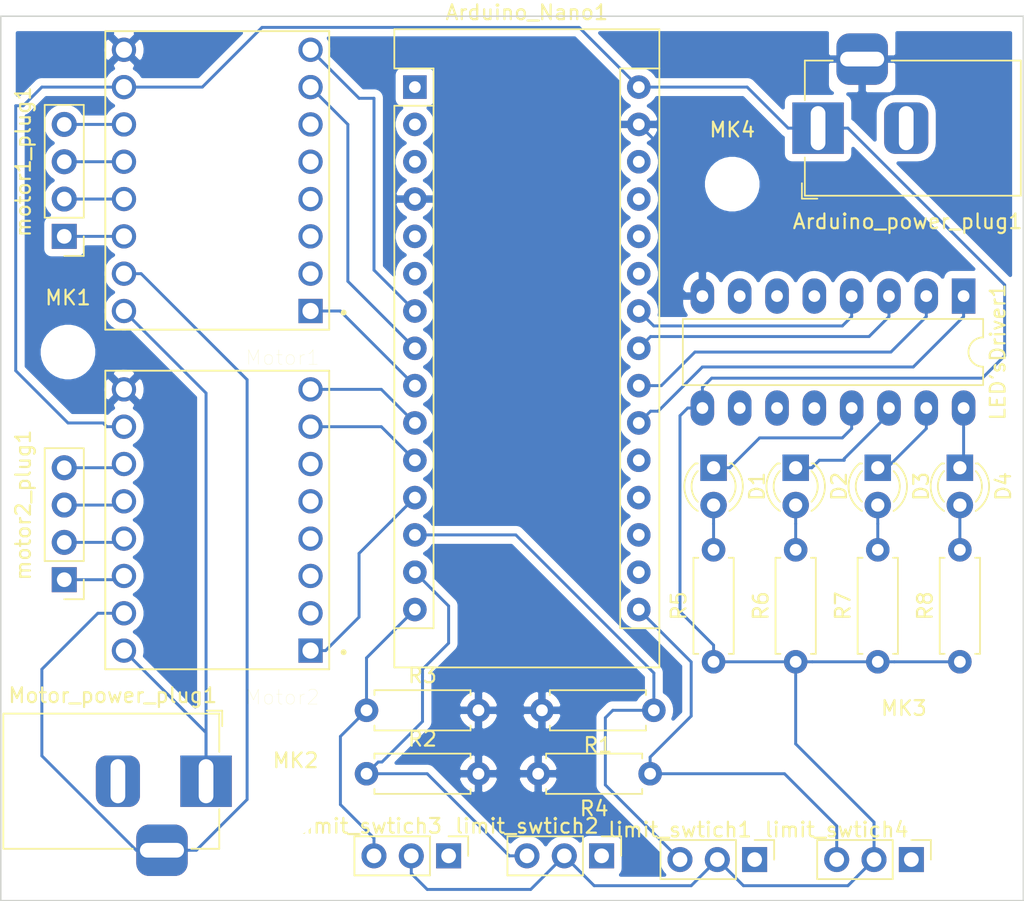
<source format=kicad_pcb>
(kicad_pcb (version 20171130) (host pcbnew 5.1.5-52549c5~84~ubuntu18.04.1)

  (general
    (thickness 1.6)
    (drawings 4)
    (tracks 175)
    (zones 0)
    (modules 28)
    (nets 70)
  )

  (page A3)
  (title_block
    (date "15 nov 2012")
  )

  (layers
    (0 F.Cu signal)
    (31 B.Cu signal)
    (32 B.Adhes user)
    (33 F.Adhes user)
    (34 B.Paste user)
    (35 F.Paste user)
    (36 B.SilkS user)
    (37 F.SilkS user)
    (38 B.Mask user)
    (39 F.Mask user)
    (40 Dwgs.User user)
    (41 Cmts.User user)
    (42 Eco1.User user)
    (43 Eco2.User user)
    (44 Edge.Cuts user)
  )

  (setup
    (last_trace_width 0.2)
    (trace_clearance 0.2)
    (zone_clearance 0.508)
    (zone_45_only no)
    (trace_min 0.1524)
    (via_size 0.9)
    (via_drill 0.6)
    (via_min_size 0.8)
    (via_min_drill 0.5)
    (uvia_size 0.5)
    (uvia_drill 0.1)
    (uvias_allowed no)
    (uvia_min_size 0.5)
    (uvia_min_drill 0.1)
    (edge_width 0.1)
    (segment_width 0.1)
    (pcb_text_width 0.3)
    (pcb_text_size 1 1)
    (mod_edge_width 0.15)
    (mod_text_size 1 1)
    (mod_text_width 0.15)
    (pad_size 2.5 2.5)
    (pad_drill 2.5)
    (pad_to_mask_clearance 0)
    (aux_axis_origin 200 150)
    (grid_origin 200 150)
    (visible_elements 7FFFFFFF)
    (pcbplotparams
      (layerselection 0x00030_80000001)
      (usegerberextensions true)
      (usegerberattributes false)
      (usegerberadvancedattributes false)
      (creategerberjobfile false)
      (excludeedgelayer true)
      (linewidth 0.150000)
      (plotframeref false)
      (viasonmask false)
      (mode 1)
      (useauxorigin false)
      (hpglpennumber 1)
      (hpglpenspeed 20)
      (hpglpendiameter 15.000000)
      (psnegative false)
      (psa4output false)
      (plotreference true)
      (plotvalue true)
      (plotinvisibletext false)
      (padsonsilk false)
      (subtractmaskfromsilk false)
      (outputformat 1)
      (mirror false)
      (drillshape 1)
      (scaleselection 1)
      (outputdirectory ""))
  )

  (net 0 "")
  (net 1 "Net-(Arduino_Nano1-Pad1)")
  (net 2 "Net-(Arduino_Nano1-Pad17)")
  (net 3 "Net-(Arduino_Nano1-Pad2)")
  (net 4 "Net-(Arduino_Nano1-Pad18)")
  (net 5 "Net-(Arduino_Nano1-Pad3)")
  (net 6 "Net-(Arduino_Nano1-Pad19)")
  (net 7 GND)
  (net 8 "Net-(Arduino_Nano1-Pad20)")
  (net 9 "Net-(Arduino_Nano1-Pad5)")
  (net 10 LED1)
  (net 11 "Net-(Arduino_Nano1-Pad6)")
  (net 12 LED2)
  (net 13 EN_motor1)
  (net 14 LED3)
  (net 15 Step_motor1)
  (net 16 LED4)
  (net 17 Dir_motor1)
  (net 18 "Net-(Arduino_Nano1-Pad25)")
  (net 19 Dir_motor2)
  (net 20 "Net-(Arduino_Nano1-Pad26)")
  (net 21 EN_motor2)
  (net 22 "Net-(Arduino_Nano1-Pad27)")
  (net 23 Step_motor2)
  (net 24 "Net-(Arduino_Nano1-Pad28)")
  (net 25 Limit_switch1)
  (net 26 Limit_switch2)
  (net 27 +5V)
  (net 28 Limit_switch3)
  (net 29 Limit_switch4)
  (net 30 "Net-(Arduino_power_plug1-Pad2)")
  (net 31 S_LED1)
  (net 32 "Net-(D1-Pad2)")
  (net 33 "Net-(D2-Pad2)")
  (net 34 S_LED2)
  (net 35 S_LED3)
  (net 36 "Net-(D3-Pad2)")
  (net 37 "Net-(D4-Pad2)")
  (net 38 S_LED4)
  (net 39 "Net-(LED'sDriver1-Pad10)")
  (net 40 "Net-(LED'sDriver1-Pad11)")
  (net 41 "Net-(LED'sDriver1-Pad12)")
  (net 42 "Net-(LED'sDriver1-Pad5)")
  (net 43 "Net-(LED'sDriver1-Pad6)")
  (net 44 "Net-(LED'sDriver1-Pad7)")
  (net 45 "Net-(limit_swtich1-Pad1)")
  (net 46 "Net-(limit_swtich2-Pad1)")
  (net 47 "Net-(limit_swtich3-Pad1)")
  (net 48 "Net-(limit_swtich4-Pad1)")
  (net 49 "Net-(Motor1-Pad4)")
  (net 50 motor1_2A)
  (net 51 "Net-(Motor1-Pad5)")
  (net 52 "Net-(Motor1-Pad6)")
  (net 53 "Net-(Motor1-Pad3)")
  (net 54 "Net-(Motor1-Pad2)")
  (net 55 motor1_2B)
  (net 56 GND_motor)
  (net 57 Vmot_1)
  (net 58 motor1_1A)
  (net 59 motor_1B)
  (net 60 moto2_1B)
  (net 61 motor2_1A)
  (net 62 motor2_2B)
  (net 63 "Net-(Motor2-Pad2)")
  (net 64 "Net-(Motor2-Pad3)")
  (net 65 "Net-(Motor2-Pad6)")
  (net 66 "Net-(Motor2-Pad5)")
  (net 67 motor2_2A)
  (net 68 "Net-(Motor2-Pad4)")
  (net 69 "Net-(Motor_power_plug1-Pad2)")

  (net_class Default "This is the default net class."
    (clearance 0.2)
    (trace_width 0.2)
    (via_dia 0.9)
    (via_drill 0.6)
    (uvia_dia 0.5)
    (uvia_drill 0.1)
    (add_net +5V)
    (add_net Dir_motor1)
    (add_net Dir_motor2)
    (add_net EN_motor1)
    (add_net EN_motor2)
    (add_net GND)
    (add_net GND_motor)
    (add_net LED1)
    (add_net LED2)
    (add_net LED3)
    (add_net LED4)
    (add_net Limit_switch1)
    (add_net Limit_switch2)
    (add_net Limit_switch3)
    (add_net Limit_switch4)
    (add_net "Net-(Arduino_Nano1-Pad1)")
    (add_net "Net-(Arduino_Nano1-Pad17)")
    (add_net "Net-(Arduino_Nano1-Pad18)")
    (add_net "Net-(Arduino_Nano1-Pad19)")
    (add_net "Net-(Arduino_Nano1-Pad2)")
    (add_net "Net-(Arduino_Nano1-Pad20)")
    (add_net "Net-(Arduino_Nano1-Pad25)")
    (add_net "Net-(Arduino_Nano1-Pad26)")
    (add_net "Net-(Arduino_Nano1-Pad27)")
    (add_net "Net-(Arduino_Nano1-Pad28)")
    (add_net "Net-(Arduino_Nano1-Pad3)")
    (add_net "Net-(Arduino_Nano1-Pad5)")
    (add_net "Net-(Arduino_Nano1-Pad6)")
    (add_net "Net-(Arduino_power_plug1-Pad2)")
    (add_net "Net-(D1-Pad2)")
    (add_net "Net-(D2-Pad2)")
    (add_net "Net-(D3-Pad2)")
    (add_net "Net-(D4-Pad2)")
    (add_net "Net-(LED'sDriver1-Pad10)")
    (add_net "Net-(LED'sDriver1-Pad11)")
    (add_net "Net-(LED'sDriver1-Pad12)")
    (add_net "Net-(LED'sDriver1-Pad5)")
    (add_net "Net-(LED'sDriver1-Pad6)")
    (add_net "Net-(LED'sDriver1-Pad7)")
    (add_net "Net-(Motor1-Pad2)")
    (add_net "Net-(Motor1-Pad3)")
    (add_net "Net-(Motor1-Pad4)")
    (add_net "Net-(Motor1-Pad5)")
    (add_net "Net-(Motor1-Pad6)")
    (add_net "Net-(Motor2-Pad2)")
    (add_net "Net-(Motor2-Pad3)")
    (add_net "Net-(Motor2-Pad4)")
    (add_net "Net-(Motor2-Pad5)")
    (add_net "Net-(Motor2-Pad6)")
    (add_net "Net-(Motor_power_plug1-Pad2)")
    (add_net "Net-(limit_swtich1-Pad1)")
    (add_net "Net-(limit_swtich2-Pad1)")
    (add_net "Net-(limit_swtich3-Pad1)")
    (add_net "Net-(limit_swtich4-Pad1)")
    (add_net S_LED1)
    (add_net S_LED2)
    (add_net S_LED3)
    (add_net S_LED4)
    (add_net Step_motor1)
    (add_net Step_motor2)
    (add_net Vmot_1)
    (add_net moto2_1B)
    (add_net motor1_1A)
    (add_net motor1_2A)
    (add_net motor1_2B)
    (add_net motor2_1A)
    (add_net motor2_2A)
    (add_net motor2_2B)
    (add_net motor_1B)
  )

  (net_class Power ""
    (clearance 0.2)
    (trace_width 0.5)
    (via_dia 1)
    (via_drill 0.7)
    (uvia_dia 0.5)
    (uvia_drill 0.1)
  )

  (module MountingHole:MountingHole_2.7mm_M2.5 (layer F.Cu) (tedit 56D1B4CB) (tstamp 5F63DC31)
    (at 227.686 123.838)
    (descr "Mounting Hole 2.7mm, no annular, M2.5")
    (tags "mounting hole 2.7mm no annular m2.5")
    (path /5834FC4F)
    (attr virtual)
    (fp_text reference MK4 (at 0 -3.7) (layer F.SilkS)
      (effects (font (size 1 1) (thickness 0.15)))
    )
    (fp_text value M2.5 (at 0 3.7) (layer F.Fab)
      (effects (font (size 1 1) (thickness 0.15)))
    )
    (fp_circle (center 0 0) (end 2.95 0) (layer F.CrtYd) (width 0.05))
    (fp_circle (center 0 0) (end 2.7 0) (layer Cmts.User) (width 0.15))
    (fp_text user %R (at 0.3 0) (layer F.Fab)
      (effects (font (size 1 1) (thickness 0.15)))
    )
    (pad 1 np_thru_hole circle (at 0 0) (size 2.7 2.7) (drill 2.7) (layers *.Cu *.Mask))
  )

  (module MountingHole:MountingHole_2.7mm_M2.5 (layer F.Cu) (tedit 56D1B4CB) (tstamp 5F63DC29)
    (at 239.37 163.208)
    (descr "Mounting Hole 2.7mm, no annular, M2.5")
    (tags "mounting hole 2.7mm no annular m2.5")
    (path /5834FBEF)
    (attr virtual)
    (fp_text reference MK3 (at 0 -3.7) (layer F.SilkS)
      (effects (font (size 1 1) (thickness 0.15)))
    )
    (fp_text value M2.5 (at 0 3.7) (layer F.Fab)
      (effects (font (size 1 1) (thickness 0.15)))
    )
    (fp_circle (center 0 0) (end 2.95 0) (layer F.CrtYd) (width 0.05))
    (fp_circle (center 0 0) (end 2.7 0) (layer Cmts.User) (width 0.15))
    (fp_text user %R (at 0.3 0) (layer F.Fab)
      (effects (font (size 1 1) (thickness 0.15)))
    )
    (pad 1 np_thru_hole circle (at 0 0) (size 2.7 2.7) (drill 2.7) (layers *.Cu *.Mask))
  )

  (module MountingHole:MountingHole_2.7mm_M2.5 (layer F.Cu) (tedit 56D1B4CB) (tstamp 5F63E4B2)
    (at 197.968 166.764)
    (descr "Mounting Hole 2.7mm, no annular, M2.5")
    (tags "mounting hole 2.7mm no annular m2.5")
    (path /5834FC19)
    (attr virtual)
    (fp_text reference MK2 (at 0 -3.7) (layer F.SilkS)
      (effects (font (size 1 1) (thickness 0.15)))
    )
    (fp_text value M2.5 (at 0 3.7) (layer F.Fab)
      (effects (font (size 1 1) (thickness 0.15)))
    )
    (fp_circle (center 0 0) (end 2.95 0) (layer F.CrtYd) (width 0.05))
    (fp_circle (center 0 0) (end 2.7 0) (layer Cmts.User) (width 0.15))
    (fp_text user %R (at 0.3 0) (layer F.Fab)
      (effects (font (size 1 1) (thickness 0.15)))
    )
    (pad 1 np_thru_hole circle (at 0 0) (size 2.7 2.7) (drill 2.7) (layers *.Cu *.Mask))
  )

  (module MountingHole:MountingHole_2.7mm_M2.5 (layer F.Cu) (tedit 56D1B4CB) (tstamp 5F63DC19)
    (at 182.474 135.268)
    (descr "Mounting Hole 2.7mm, no annular, M2.5")
    (tags "mounting hole 2.7mm no annular m2.5")
    (path /5834FB2E)
    (attr virtual)
    (fp_text reference MK1 (at 0 -3.7) (layer F.SilkS)
      (effects (font (size 1 1) (thickness 0.15)))
    )
    (fp_text value M2.5 (at 0 3.7) (layer F.Fab)
      (effects (font (size 1 1) (thickness 0.15)))
    )
    (fp_circle (center 0 0) (end 2.95 0) (layer F.CrtYd) (width 0.05))
    (fp_circle (center 0 0) (end 2.7 0) (layer Cmts.User) (width 0.15))
    (fp_text user %R (at 0.3 0) (layer F.Fab)
      (effects (font (size 1 1) (thickness 0.15)))
    )
    (pad 1 np_thru_hole circle (at 0 0) (size 2.7 2.7) (drill 2.7) (layers *.Cu *.Mask))
  )

  (module Resistor_THT:R_Axial_DIN0207_L6.3mm_D2.5mm_P7.62mm_Horizontal (layer F.Cu) (tedit 5AE5139B) (tstamp 5F63C48F)
    (at 243.18 156.35 90)
    (descr "Resistor, Axial_DIN0207 series, Axial, Horizontal, pin pitch=7.62mm, 0.25W = 1/4W, length*diameter=6.3*2.5mm^2, http://cdn-reichelt.de/documents/datenblatt/B400/1_4W%23YAG.pdf")
    (tags "Resistor Axial_DIN0207 series Axial Horizontal pin pitch 7.62mm 0.25W = 1/4W length 6.3mm diameter 2.5mm")
    (path /5F9957FF)
    (fp_text reference R8 (at 3.81 -2.37 90) (layer F.SilkS)
      (effects (font (size 1 1) (thickness 0.15)))
    )
    (fp_text value 220 (at 3.81 2.37 90) (layer F.Fab)
      (effects (font (size 1 1) (thickness 0.15)))
    )
    (fp_text user %R (at 3.81 0 90) (layer F.Fab)
      (effects (font (size 1 1) (thickness 0.15)))
    )
    (fp_line (start 8.67 -1.5) (end -1.05 -1.5) (layer F.CrtYd) (width 0.05))
    (fp_line (start 8.67 1.5) (end 8.67 -1.5) (layer F.CrtYd) (width 0.05))
    (fp_line (start -1.05 1.5) (end 8.67 1.5) (layer F.CrtYd) (width 0.05))
    (fp_line (start -1.05 -1.5) (end -1.05 1.5) (layer F.CrtYd) (width 0.05))
    (fp_line (start 7.08 1.37) (end 7.08 1.04) (layer F.SilkS) (width 0.12))
    (fp_line (start 0.54 1.37) (end 7.08 1.37) (layer F.SilkS) (width 0.12))
    (fp_line (start 0.54 1.04) (end 0.54 1.37) (layer F.SilkS) (width 0.12))
    (fp_line (start 7.08 -1.37) (end 7.08 -1.04) (layer F.SilkS) (width 0.12))
    (fp_line (start 0.54 -1.37) (end 7.08 -1.37) (layer F.SilkS) (width 0.12))
    (fp_line (start 0.54 -1.04) (end 0.54 -1.37) (layer F.SilkS) (width 0.12))
    (fp_line (start 7.62 0) (end 6.96 0) (layer F.Fab) (width 0.1))
    (fp_line (start 0 0) (end 0.66 0) (layer F.Fab) (width 0.1))
    (fp_line (start 6.96 -1.25) (end 0.66 -1.25) (layer F.Fab) (width 0.1))
    (fp_line (start 6.96 1.25) (end 6.96 -1.25) (layer F.Fab) (width 0.1))
    (fp_line (start 0.66 1.25) (end 6.96 1.25) (layer F.Fab) (width 0.1))
    (fp_line (start 0.66 -1.25) (end 0.66 1.25) (layer F.Fab) (width 0.1))
    (pad 2 thru_hole oval (at 7.62 0 90) (size 1.6 1.6) (drill 0.8) (layers *.Cu *.Mask)
      (net 37 "Net-(D4-Pad2)"))
    (pad 1 thru_hole circle (at 0 0 90) (size 1.6 1.6) (drill 0.8) (layers *.Cu *.Mask)
      (net 27 +5V))
    (model ${KISYS3DMOD}/Resistor_THT.3dshapes/R_Axial_DIN0207_L6.3mm_D2.5mm_P7.62mm_Horizontal.wrl
      (at (xyz 0 0 0))
      (scale (xyz 1 1 1))
      (rotate (xyz 0 0 0))
    )
  )

  (module Resistor_THT:R_Axial_DIN0207_L6.3mm_D2.5mm_P7.62mm_Horizontal (layer F.Cu) (tedit 5AE5139B) (tstamp 5F63C4D1)
    (at 237.592 156.35 90)
    (descr "Resistor, Axial_DIN0207 series, Axial, Horizontal, pin pitch=7.62mm, 0.25W = 1/4W, length*diameter=6.3*2.5mm^2, http://cdn-reichelt.de/documents/datenblatt/B400/1_4W%23YAG.pdf")
    (tags "Resistor Axial_DIN0207 series Axial Horizontal pin pitch 7.62mm 0.25W = 1/4W length 6.3mm diameter 2.5mm")
    (path /5F995E4F)
    (fp_text reference R7 (at 3.81 -2.37 90) (layer F.SilkS)
      (effects (font (size 1 1) (thickness 0.15)))
    )
    (fp_text value 220 (at 3.81 2.37 90) (layer F.Fab)
      (effects (font (size 1 1) (thickness 0.15)))
    )
    (fp_text user %R (at 3.81 0 90) (layer F.Fab)
      (effects (font (size 1 1) (thickness 0.15)))
    )
    (fp_line (start 8.67 -1.5) (end -1.05 -1.5) (layer F.CrtYd) (width 0.05))
    (fp_line (start 8.67 1.5) (end 8.67 -1.5) (layer F.CrtYd) (width 0.05))
    (fp_line (start -1.05 1.5) (end 8.67 1.5) (layer F.CrtYd) (width 0.05))
    (fp_line (start -1.05 -1.5) (end -1.05 1.5) (layer F.CrtYd) (width 0.05))
    (fp_line (start 7.08 1.37) (end 7.08 1.04) (layer F.SilkS) (width 0.12))
    (fp_line (start 0.54 1.37) (end 7.08 1.37) (layer F.SilkS) (width 0.12))
    (fp_line (start 0.54 1.04) (end 0.54 1.37) (layer F.SilkS) (width 0.12))
    (fp_line (start 7.08 -1.37) (end 7.08 -1.04) (layer F.SilkS) (width 0.12))
    (fp_line (start 0.54 -1.37) (end 7.08 -1.37) (layer F.SilkS) (width 0.12))
    (fp_line (start 0.54 -1.04) (end 0.54 -1.37) (layer F.SilkS) (width 0.12))
    (fp_line (start 7.62 0) (end 6.96 0) (layer F.Fab) (width 0.1))
    (fp_line (start 0 0) (end 0.66 0) (layer F.Fab) (width 0.1))
    (fp_line (start 6.96 -1.25) (end 0.66 -1.25) (layer F.Fab) (width 0.1))
    (fp_line (start 6.96 1.25) (end 6.96 -1.25) (layer F.Fab) (width 0.1))
    (fp_line (start 0.66 1.25) (end 6.96 1.25) (layer F.Fab) (width 0.1))
    (fp_line (start 0.66 -1.25) (end 0.66 1.25) (layer F.Fab) (width 0.1))
    (pad 2 thru_hole oval (at 7.62 0 90) (size 1.6 1.6) (drill 0.8) (layers *.Cu *.Mask)
      (net 36 "Net-(D3-Pad2)"))
    (pad 1 thru_hole circle (at 0 0 90) (size 1.6 1.6) (drill 0.8) (layers *.Cu *.Mask)
      (net 27 +5V))
    (model ${KISYS3DMOD}/Resistor_THT.3dshapes/R_Axial_DIN0207_L6.3mm_D2.5mm_P7.62mm_Horizontal.wrl
      (at (xyz 0 0 0))
      (scale (xyz 1 1 1))
      (rotate (xyz 0 0 0))
    )
  )

  (module Resistor_THT:R_Axial_DIN0207_L6.3mm_D2.5mm_P7.62mm_Horizontal (layer F.Cu) (tedit 5AE5139B) (tstamp 5F63C44D)
    (at 232.004 156.35 90)
    (descr "Resistor, Axial_DIN0207 series, Axial, Horizontal, pin pitch=7.62mm, 0.25W = 1/4W, length*diameter=6.3*2.5mm^2, http://cdn-reichelt.de/documents/datenblatt/B400/1_4W%23YAG.pdf")
    (tags "Resistor Axial_DIN0207 series Axial Horizontal pin pitch 7.62mm 0.25W = 1/4W length 6.3mm diameter 2.5mm")
    (path /5F995B3C)
    (fp_text reference R6 (at 3.81 -2.37 90) (layer F.SilkS)
      (effects (font (size 1 1) (thickness 0.15)))
    )
    (fp_text value 220 (at 3.81 2.37 90) (layer F.Fab)
      (effects (font (size 1 1) (thickness 0.15)))
    )
    (fp_text user %R (at 3.81 0 90) (layer F.Fab)
      (effects (font (size 1 1) (thickness 0.15)))
    )
    (fp_line (start 8.67 -1.5) (end -1.05 -1.5) (layer F.CrtYd) (width 0.05))
    (fp_line (start 8.67 1.5) (end 8.67 -1.5) (layer F.CrtYd) (width 0.05))
    (fp_line (start -1.05 1.5) (end 8.67 1.5) (layer F.CrtYd) (width 0.05))
    (fp_line (start -1.05 -1.5) (end -1.05 1.5) (layer F.CrtYd) (width 0.05))
    (fp_line (start 7.08 1.37) (end 7.08 1.04) (layer F.SilkS) (width 0.12))
    (fp_line (start 0.54 1.37) (end 7.08 1.37) (layer F.SilkS) (width 0.12))
    (fp_line (start 0.54 1.04) (end 0.54 1.37) (layer F.SilkS) (width 0.12))
    (fp_line (start 7.08 -1.37) (end 7.08 -1.04) (layer F.SilkS) (width 0.12))
    (fp_line (start 0.54 -1.37) (end 7.08 -1.37) (layer F.SilkS) (width 0.12))
    (fp_line (start 0.54 -1.04) (end 0.54 -1.37) (layer F.SilkS) (width 0.12))
    (fp_line (start 7.62 0) (end 6.96 0) (layer F.Fab) (width 0.1))
    (fp_line (start 0 0) (end 0.66 0) (layer F.Fab) (width 0.1))
    (fp_line (start 6.96 -1.25) (end 0.66 -1.25) (layer F.Fab) (width 0.1))
    (fp_line (start 6.96 1.25) (end 6.96 -1.25) (layer F.Fab) (width 0.1))
    (fp_line (start 0.66 1.25) (end 6.96 1.25) (layer F.Fab) (width 0.1))
    (fp_line (start 0.66 -1.25) (end 0.66 1.25) (layer F.Fab) (width 0.1))
    (pad 2 thru_hole oval (at 7.62 0 90) (size 1.6 1.6) (drill 0.8) (layers *.Cu *.Mask)
      (net 33 "Net-(D2-Pad2)"))
    (pad 1 thru_hole circle (at 0 0 90) (size 1.6 1.6) (drill 0.8) (layers *.Cu *.Mask)
      (net 27 +5V))
    (model ${KISYS3DMOD}/Resistor_THT.3dshapes/R_Axial_DIN0207_L6.3mm_D2.5mm_P7.62mm_Horizontal.wrl
      (at (xyz 0 0 0))
      (scale (xyz 1 1 1))
      (rotate (xyz 0 0 0))
    )
  )

  (module Resistor_THT:R_Axial_DIN0207_L6.3mm_D2.5mm_P7.62mm_Horizontal (layer F.Cu) (tedit 5AE5139B) (tstamp 5F639AF8)
    (at 226.416 156.35 90)
    (descr "Resistor, Axial_DIN0207 series, Axial, Horizontal, pin pitch=7.62mm, 0.25W = 1/4W, length*diameter=6.3*2.5mm^2, http://cdn-reichelt.de/documents/datenblatt/B400/1_4W%23YAG.pdf")
    (tags "Resistor Axial_DIN0207 series Axial Horizontal pin pitch 7.62mm 0.25W = 1/4W length 6.3mm diameter 2.5mm")
    (path /5F993EF3)
    (fp_text reference R5 (at 3.81 -2.37 90) (layer F.SilkS)
      (effects (font (size 1 1) (thickness 0.15)))
    )
    (fp_text value 220 (at 3.81 2.37 90) (layer F.Fab)
      (effects (font (size 1 1) (thickness 0.15)))
    )
    (fp_text user %R (at 3.81 0 90) (layer F.Fab)
      (effects (font (size 1 1) (thickness 0.15)))
    )
    (fp_line (start 8.67 -1.5) (end -1.05 -1.5) (layer F.CrtYd) (width 0.05))
    (fp_line (start 8.67 1.5) (end 8.67 -1.5) (layer F.CrtYd) (width 0.05))
    (fp_line (start -1.05 1.5) (end 8.67 1.5) (layer F.CrtYd) (width 0.05))
    (fp_line (start -1.05 -1.5) (end -1.05 1.5) (layer F.CrtYd) (width 0.05))
    (fp_line (start 7.08 1.37) (end 7.08 1.04) (layer F.SilkS) (width 0.12))
    (fp_line (start 0.54 1.37) (end 7.08 1.37) (layer F.SilkS) (width 0.12))
    (fp_line (start 0.54 1.04) (end 0.54 1.37) (layer F.SilkS) (width 0.12))
    (fp_line (start 7.08 -1.37) (end 7.08 -1.04) (layer F.SilkS) (width 0.12))
    (fp_line (start 0.54 -1.37) (end 7.08 -1.37) (layer F.SilkS) (width 0.12))
    (fp_line (start 0.54 -1.04) (end 0.54 -1.37) (layer F.SilkS) (width 0.12))
    (fp_line (start 7.62 0) (end 6.96 0) (layer F.Fab) (width 0.1))
    (fp_line (start 0 0) (end 0.66 0) (layer F.Fab) (width 0.1))
    (fp_line (start 6.96 -1.25) (end 0.66 -1.25) (layer F.Fab) (width 0.1))
    (fp_line (start 6.96 1.25) (end 6.96 -1.25) (layer F.Fab) (width 0.1))
    (fp_line (start 0.66 1.25) (end 6.96 1.25) (layer F.Fab) (width 0.1))
    (fp_line (start 0.66 -1.25) (end 0.66 1.25) (layer F.Fab) (width 0.1))
    (pad 2 thru_hole oval (at 7.62 0 90) (size 1.6 1.6) (drill 0.8) (layers *.Cu *.Mask)
      (net 32 "Net-(D1-Pad2)"))
    (pad 1 thru_hole circle (at 0 0 90) (size 1.6 1.6) (drill 0.8) (layers *.Cu *.Mask)
      (net 27 +5V))
    (model ${KISYS3DMOD}/Resistor_THT.3dshapes/R_Axial_DIN0207_L6.3mm_D2.5mm_P7.62mm_Horizontal.wrl
      (at (xyz 0 0 0))
      (scale (xyz 1 1 1))
      (rotate (xyz 0 0 0))
    )
  )

  (module Resistor_THT:R_Axial_DIN0207_L6.3mm_D2.5mm_P7.62mm_Horizontal (layer F.Cu) (tedit 5AE5139B) (tstamp 5F639AE1)
    (at 222.098 163.97 180)
    (descr "Resistor, Axial_DIN0207 series, Axial, Horizontal, pin pitch=7.62mm, 0.25W = 1/4W, length*diameter=6.3*2.5mm^2, http://cdn-reichelt.de/documents/datenblatt/B400/1_4W%23YAG.pdf")
    (tags "Resistor Axial_DIN0207 series Axial Horizontal pin pitch 7.62mm 0.25W = 1/4W length 6.3mm diameter 2.5mm")
    (path /5F73F579)
    (fp_text reference R4 (at 3.81 -2.37) (layer F.SilkS)
      (effects (font (size 1 1) (thickness 0.15)))
    )
    (fp_text value 10K (at 3.81 2.37) (layer F.Fab)
      (effects (font (size 1 1) (thickness 0.15)))
    )
    (fp_text user %R (at 3.81 0) (layer F.Fab)
      (effects (font (size 1 1) (thickness 0.15)))
    )
    (fp_line (start 8.67 -1.5) (end -1.05 -1.5) (layer F.CrtYd) (width 0.05))
    (fp_line (start 8.67 1.5) (end 8.67 -1.5) (layer F.CrtYd) (width 0.05))
    (fp_line (start -1.05 1.5) (end 8.67 1.5) (layer F.CrtYd) (width 0.05))
    (fp_line (start -1.05 -1.5) (end -1.05 1.5) (layer F.CrtYd) (width 0.05))
    (fp_line (start 7.08 1.37) (end 7.08 1.04) (layer F.SilkS) (width 0.12))
    (fp_line (start 0.54 1.37) (end 7.08 1.37) (layer F.SilkS) (width 0.12))
    (fp_line (start 0.54 1.04) (end 0.54 1.37) (layer F.SilkS) (width 0.12))
    (fp_line (start 7.08 -1.37) (end 7.08 -1.04) (layer F.SilkS) (width 0.12))
    (fp_line (start 0.54 -1.37) (end 7.08 -1.37) (layer F.SilkS) (width 0.12))
    (fp_line (start 0.54 -1.04) (end 0.54 -1.37) (layer F.SilkS) (width 0.12))
    (fp_line (start 7.62 0) (end 6.96 0) (layer F.Fab) (width 0.1))
    (fp_line (start 0 0) (end 0.66 0) (layer F.Fab) (width 0.1))
    (fp_line (start 6.96 -1.25) (end 0.66 -1.25) (layer F.Fab) (width 0.1))
    (fp_line (start 6.96 1.25) (end 6.96 -1.25) (layer F.Fab) (width 0.1))
    (fp_line (start 0.66 1.25) (end 6.96 1.25) (layer F.Fab) (width 0.1))
    (fp_line (start 0.66 -1.25) (end 0.66 1.25) (layer F.Fab) (width 0.1))
    (pad 2 thru_hole oval (at 7.62 0 180) (size 1.6 1.6) (drill 0.8) (layers *.Cu *.Mask)
      (net 7 GND))
    (pad 1 thru_hole circle (at 0 0 180) (size 1.6 1.6) (drill 0.8) (layers *.Cu *.Mask)
      (net 29 Limit_switch4))
    (model ${KISYS3DMOD}/Resistor_THT.3dshapes/R_Axial_DIN0207_L6.3mm_D2.5mm_P7.62mm_Horizontal.wrl
      (at (xyz 0 0 0))
      (scale (xyz 1 1 1))
      (rotate (xyz 0 0 0))
    )
  )

  (module Resistor_THT:R_Axial_DIN0207_L6.3mm_D2.5mm_P7.62mm_Horizontal (layer F.Cu) (tedit 5AE5139B) (tstamp 5F639ACA)
    (at 202.794 159.652)
    (descr "Resistor, Axial_DIN0207 series, Axial, Horizontal, pin pitch=7.62mm, 0.25W = 1/4W, length*diameter=6.3*2.5mm^2, http://cdn-reichelt.de/documents/datenblatt/B400/1_4W%23YAG.pdf")
    (tags "Resistor Axial_DIN0207 series Axial Horizontal pin pitch 7.62mm 0.25W = 1/4W length 6.3mm diameter 2.5mm")
    (path /5F73EA80)
    (fp_text reference R3 (at 3.81 -2.37) (layer F.SilkS)
      (effects (font (size 1 1) (thickness 0.15)))
    )
    (fp_text value 10K (at 3.81 2.37) (layer F.Fab)
      (effects (font (size 1 1) (thickness 0.15)))
    )
    (fp_text user %R (at 3.81 0) (layer F.Fab)
      (effects (font (size 1 1) (thickness 0.15)))
    )
    (fp_line (start 8.67 -1.5) (end -1.05 -1.5) (layer F.CrtYd) (width 0.05))
    (fp_line (start 8.67 1.5) (end 8.67 -1.5) (layer F.CrtYd) (width 0.05))
    (fp_line (start -1.05 1.5) (end 8.67 1.5) (layer F.CrtYd) (width 0.05))
    (fp_line (start -1.05 -1.5) (end -1.05 1.5) (layer F.CrtYd) (width 0.05))
    (fp_line (start 7.08 1.37) (end 7.08 1.04) (layer F.SilkS) (width 0.12))
    (fp_line (start 0.54 1.37) (end 7.08 1.37) (layer F.SilkS) (width 0.12))
    (fp_line (start 0.54 1.04) (end 0.54 1.37) (layer F.SilkS) (width 0.12))
    (fp_line (start 7.08 -1.37) (end 7.08 -1.04) (layer F.SilkS) (width 0.12))
    (fp_line (start 0.54 -1.37) (end 7.08 -1.37) (layer F.SilkS) (width 0.12))
    (fp_line (start 0.54 -1.04) (end 0.54 -1.37) (layer F.SilkS) (width 0.12))
    (fp_line (start 7.62 0) (end 6.96 0) (layer F.Fab) (width 0.1))
    (fp_line (start 0 0) (end 0.66 0) (layer F.Fab) (width 0.1))
    (fp_line (start 6.96 -1.25) (end 0.66 -1.25) (layer F.Fab) (width 0.1))
    (fp_line (start 6.96 1.25) (end 6.96 -1.25) (layer F.Fab) (width 0.1))
    (fp_line (start 0.66 1.25) (end 6.96 1.25) (layer F.Fab) (width 0.1))
    (fp_line (start 0.66 -1.25) (end 0.66 1.25) (layer F.Fab) (width 0.1))
    (pad 2 thru_hole oval (at 7.62 0) (size 1.6 1.6) (drill 0.8) (layers *.Cu *.Mask)
      (net 7 GND))
    (pad 1 thru_hole circle (at 0 0) (size 1.6 1.6) (drill 0.8) (layers *.Cu *.Mask)
      (net 28 Limit_switch3))
    (model ${KISYS3DMOD}/Resistor_THT.3dshapes/R_Axial_DIN0207_L6.3mm_D2.5mm_P7.62mm_Horizontal.wrl
      (at (xyz 0 0 0))
      (scale (xyz 1 1 1))
      (rotate (xyz 0 0 0))
    )
  )

  (module Resistor_THT:R_Axial_DIN0207_L6.3mm_D2.5mm_P7.62mm_Horizontal (layer F.Cu) (tedit 5AE5139B) (tstamp 5F639AB3)
    (at 202.794 163.97)
    (descr "Resistor, Axial_DIN0207 series, Axial, Horizontal, pin pitch=7.62mm, 0.25W = 1/4W, length*diameter=6.3*2.5mm^2, http://cdn-reichelt.de/documents/datenblatt/B400/1_4W%23YAG.pdf")
    (tags "Resistor Axial_DIN0207 series Axial Horizontal pin pitch 7.62mm 0.25W = 1/4W length 6.3mm diameter 2.5mm")
    (path /5F73F15B)
    (fp_text reference R2 (at 3.81 -2.37) (layer F.SilkS)
      (effects (font (size 1 1) (thickness 0.15)))
    )
    (fp_text value 10K (at 3.81 2.37) (layer F.Fab)
      (effects (font (size 1 1) (thickness 0.15)))
    )
    (fp_text user %R (at 3.81 0) (layer F.Fab)
      (effects (font (size 1 1) (thickness 0.15)))
    )
    (fp_line (start 8.67 -1.5) (end -1.05 -1.5) (layer F.CrtYd) (width 0.05))
    (fp_line (start 8.67 1.5) (end 8.67 -1.5) (layer F.CrtYd) (width 0.05))
    (fp_line (start -1.05 1.5) (end 8.67 1.5) (layer F.CrtYd) (width 0.05))
    (fp_line (start -1.05 -1.5) (end -1.05 1.5) (layer F.CrtYd) (width 0.05))
    (fp_line (start 7.08 1.37) (end 7.08 1.04) (layer F.SilkS) (width 0.12))
    (fp_line (start 0.54 1.37) (end 7.08 1.37) (layer F.SilkS) (width 0.12))
    (fp_line (start 0.54 1.04) (end 0.54 1.37) (layer F.SilkS) (width 0.12))
    (fp_line (start 7.08 -1.37) (end 7.08 -1.04) (layer F.SilkS) (width 0.12))
    (fp_line (start 0.54 -1.37) (end 7.08 -1.37) (layer F.SilkS) (width 0.12))
    (fp_line (start 0.54 -1.04) (end 0.54 -1.37) (layer F.SilkS) (width 0.12))
    (fp_line (start 7.62 0) (end 6.96 0) (layer F.Fab) (width 0.1))
    (fp_line (start 0 0) (end 0.66 0) (layer F.Fab) (width 0.1))
    (fp_line (start 6.96 -1.25) (end 0.66 -1.25) (layer F.Fab) (width 0.1))
    (fp_line (start 6.96 1.25) (end 6.96 -1.25) (layer F.Fab) (width 0.1))
    (fp_line (start 0.66 1.25) (end 6.96 1.25) (layer F.Fab) (width 0.1))
    (fp_line (start 0.66 -1.25) (end 0.66 1.25) (layer F.Fab) (width 0.1))
    (pad 2 thru_hole oval (at 7.62 0) (size 1.6 1.6) (drill 0.8) (layers *.Cu *.Mask)
      (net 7 GND))
    (pad 1 thru_hole circle (at 0 0) (size 1.6 1.6) (drill 0.8) (layers *.Cu *.Mask)
      (net 26 Limit_switch2))
    (model ${KISYS3DMOD}/Resistor_THT.3dshapes/R_Axial_DIN0207_L6.3mm_D2.5mm_P7.62mm_Horizontal.wrl
      (at (xyz 0 0 0))
      (scale (xyz 1 1 1))
      (rotate (xyz 0 0 0))
    )
  )

  (module Resistor_THT:R_Axial_DIN0207_L6.3mm_D2.5mm_P7.62mm_Horizontal (layer F.Cu) (tedit 5AE5139B) (tstamp 5F639A9C)
    (at 222.352 159.652 180)
    (descr "Resistor, Axial_DIN0207 series, Axial, Horizontal, pin pitch=7.62mm, 0.25W = 1/4W, length*diameter=6.3*2.5mm^2, http://cdn-reichelt.de/documents/datenblatt/B400/1_4W%23YAG.pdf")
    (tags "Resistor Axial_DIN0207 series Axial Horizontal pin pitch 7.62mm 0.25W = 1/4W length 6.3mm diameter 2.5mm")
    (path /5F73E250)
    (fp_text reference R1 (at 3.81 -2.37) (layer F.SilkS)
      (effects (font (size 1 1) (thickness 0.15)))
    )
    (fp_text value 10K (at 3.81 2.37) (layer F.Fab)
      (effects (font (size 1 1) (thickness 0.15)))
    )
    (fp_text user %R (at 3.81 0) (layer F.Fab)
      (effects (font (size 1 1) (thickness 0.15)))
    )
    (fp_line (start 8.67 -1.5) (end -1.05 -1.5) (layer F.CrtYd) (width 0.05))
    (fp_line (start 8.67 1.5) (end 8.67 -1.5) (layer F.CrtYd) (width 0.05))
    (fp_line (start -1.05 1.5) (end 8.67 1.5) (layer F.CrtYd) (width 0.05))
    (fp_line (start -1.05 -1.5) (end -1.05 1.5) (layer F.CrtYd) (width 0.05))
    (fp_line (start 7.08 1.37) (end 7.08 1.04) (layer F.SilkS) (width 0.12))
    (fp_line (start 0.54 1.37) (end 7.08 1.37) (layer F.SilkS) (width 0.12))
    (fp_line (start 0.54 1.04) (end 0.54 1.37) (layer F.SilkS) (width 0.12))
    (fp_line (start 7.08 -1.37) (end 7.08 -1.04) (layer F.SilkS) (width 0.12))
    (fp_line (start 0.54 -1.37) (end 7.08 -1.37) (layer F.SilkS) (width 0.12))
    (fp_line (start 0.54 -1.04) (end 0.54 -1.37) (layer F.SilkS) (width 0.12))
    (fp_line (start 7.62 0) (end 6.96 0) (layer F.Fab) (width 0.1))
    (fp_line (start 0 0) (end 0.66 0) (layer F.Fab) (width 0.1))
    (fp_line (start 6.96 -1.25) (end 0.66 -1.25) (layer F.Fab) (width 0.1))
    (fp_line (start 6.96 1.25) (end 6.96 -1.25) (layer F.Fab) (width 0.1))
    (fp_line (start 0.66 1.25) (end 6.96 1.25) (layer F.Fab) (width 0.1))
    (fp_line (start 0.66 -1.25) (end 0.66 1.25) (layer F.Fab) (width 0.1))
    (pad 2 thru_hole oval (at 7.62 0 180) (size 1.6 1.6) (drill 0.8) (layers *.Cu *.Mask)
      (net 7 GND))
    (pad 1 thru_hole circle (at 0 0 180) (size 1.6 1.6) (drill 0.8) (layers *.Cu *.Mask)
      (net 25 Limit_switch1))
    (model ${KISYS3DMOD}/Resistor_THT.3dshapes/R_Axial_DIN0207_L6.3mm_D2.5mm_P7.62mm_Horizontal.wrl
      (at (xyz 0 0 0))
      (scale (xyz 1 1 1))
      (rotate (xyz 0 0 0))
    )
  )

  (module Connector_BarrelJack:BarrelJack_Horizontal (layer F.Cu) (tedit 5A1DBF6A) (tstamp 5F63FCA7)
    (at 191.872 164.478)
    (descr "DC Barrel Jack")
    (tags "Power Jack")
    (path /5F81EFFC)
    (fp_text reference Motor_power_plug1 (at -6.35 -5.842) (layer F.SilkS)
      (effects (font (size 1 1) (thickness 0.15)))
    )
    (fp_text value Conn_01x03_Female (at -6.2 -5.5) (layer F.Fab)
      (effects (font (size 1 1) (thickness 0.15)))
    )
    (fp_line (start 0 -4.5) (end -13.7 -4.5) (layer F.Fab) (width 0.1))
    (fp_line (start 0.8 4.5) (end 0.8 -3.75) (layer F.Fab) (width 0.1))
    (fp_line (start -13.7 4.5) (end 0.8 4.5) (layer F.Fab) (width 0.1))
    (fp_line (start -13.7 -4.5) (end -13.7 4.5) (layer F.Fab) (width 0.1))
    (fp_line (start -10.2 -4.5) (end -10.2 4.5) (layer F.Fab) (width 0.1))
    (fp_line (start 0.9 -4.6) (end 0.9 -2) (layer F.SilkS) (width 0.12))
    (fp_line (start -13.8 -4.6) (end 0.9 -4.6) (layer F.SilkS) (width 0.12))
    (fp_line (start 0.9 4.6) (end -1 4.6) (layer F.SilkS) (width 0.12))
    (fp_line (start 0.9 1.9) (end 0.9 4.6) (layer F.SilkS) (width 0.12))
    (fp_line (start -13.8 4.6) (end -13.8 -4.6) (layer F.SilkS) (width 0.12))
    (fp_line (start -5 4.6) (end -13.8 4.6) (layer F.SilkS) (width 0.12))
    (fp_line (start -14 4.75) (end -14 -4.75) (layer F.CrtYd) (width 0.05))
    (fp_line (start -5 4.75) (end -14 4.75) (layer F.CrtYd) (width 0.05))
    (fp_line (start -5 6.75) (end -5 4.75) (layer F.CrtYd) (width 0.05))
    (fp_line (start -1 6.75) (end -5 6.75) (layer F.CrtYd) (width 0.05))
    (fp_line (start -1 4.75) (end -1 6.75) (layer F.CrtYd) (width 0.05))
    (fp_line (start 1 4.75) (end -1 4.75) (layer F.CrtYd) (width 0.05))
    (fp_line (start 1 2) (end 1 4.75) (layer F.CrtYd) (width 0.05))
    (fp_line (start 2 2) (end 1 2) (layer F.CrtYd) (width 0.05))
    (fp_line (start 2 -2) (end 2 2) (layer F.CrtYd) (width 0.05))
    (fp_line (start 1 -2) (end 2 -2) (layer F.CrtYd) (width 0.05))
    (fp_line (start 1 -4.5) (end 1 -2) (layer F.CrtYd) (width 0.05))
    (fp_line (start 1 -4.75) (end -14 -4.75) (layer F.CrtYd) (width 0.05))
    (fp_line (start 1 -4.5) (end 1 -4.75) (layer F.CrtYd) (width 0.05))
    (fp_line (start 0.05 -4.8) (end 1.1 -4.8) (layer F.SilkS) (width 0.12))
    (fp_line (start 1.1 -3.75) (end 1.1 -4.8) (layer F.SilkS) (width 0.12))
    (fp_line (start -0.003213 -4.505425) (end 0.8 -3.75) (layer F.Fab) (width 0.1))
    (fp_text user %R (at -3 -2.95) (layer F.Fab)
      (effects (font (size 1 1) (thickness 0.15)))
    )
    (pad 3 thru_hole roundrect (at -3 4.7) (size 3.5 3.5) (drill oval 3 1) (layers *.Cu *.Mask) (roundrect_rratio 0.25)
      (net 56 GND_motor))
    (pad 2 thru_hole roundrect (at -6 0) (size 3 3.5) (drill oval 1 3) (layers *.Cu *.Mask) (roundrect_rratio 0.25)
      (net 69 "Net-(Motor_power_plug1-Pad2)"))
    (pad 1 thru_hole rect (at 0 0) (size 3.5 3.5) (drill oval 1 3) (layers *.Cu *.Mask)
      (net 57 Vmot_1))
    (model ${KISYS3DMOD}/Connector_BarrelJack.3dshapes/BarrelJack_Horizontal.wrl
      (at (xyz 0 0 0))
      (scale (xyz 1 1 1))
      (rotate (xyz 0 0 0))
    )
    (model "${KIPRJMOD}/3D-Models/Power Barrel Connector Jack 694106301002.stp"
      (at (xyz 0 0 0))
      (scale (xyz 1 1 1))
      (rotate (xyz 0 0 90))
    )
  )

  (module Connector_PinHeader_2.54mm:PinHeader_1x04_P2.54mm_Vertical (layer F.Cu) (tedit 59FED5CC) (tstamp 5F639A62)
    (at 182.22 150.762 180)
    (descr "Through hole straight pin header, 1x04, 2.54mm pitch, single row")
    (tags "Through hole pin header THT 1x04 2.54mm single row")
    (path /5F65DC0C)
    (fp_text reference motor2_plug1 (at 2.794 5.08 90) (layer F.SilkS)
      (effects (font (size 1 1) (thickness 0.15)))
    )
    (fp_text value Conn_01x04_Male (at 0 9.95) (layer F.Fab)
      (effects (font (size 1 1) (thickness 0.15)))
    )
    (fp_text user %R (at 0 3.81 90) (layer F.Fab)
      (effects (font (size 1 1) (thickness 0.15)))
    )
    (fp_line (start 1.8 -1.8) (end -1.8 -1.8) (layer F.CrtYd) (width 0.05))
    (fp_line (start 1.8 9.4) (end 1.8 -1.8) (layer F.CrtYd) (width 0.05))
    (fp_line (start -1.8 9.4) (end 1.8 9.4) (layer F.CrtYd) (width 0.05))
    (fp_line (start -1.8 -1.8) (end -1.8 9.4) (layer F.CrtYd) (width 0.05))
    (fp_line (start -1.33 -1.33) (end 0 -1.33) (layer F.SilkS) (width 0.12))
    (fp_line (start -1.33 0) (end -1.33 -1.33) (layer F.SilkS) (width 0.12))
    (fp_line (start -1.33 1.27) (end 1.33 1.27) (layer F.SilkS) (width 0.12))
    (fp_line (start 1.33 1.27) (end 1.33 8.95) (layer F.SilkS) (width 0.12))
    (fp_line (start -1.33 1.27) (end -1.33 8.95) (layer F.SilkS) (width 0.12))
    (fp_line (start -1.33 8.95) (end 1.33 8.95) (layer F.SilkS) (width 0.12))
    (fp_line (start -1.27 -0.635) (end -0.635 -1.27) (layer F.Fab) (width 0.1))
    (fp_line (start -1.27 8.89) (end -1.27 -0.635) (layer F.Fab) (width 0.1))
    (fp_line (start 1.27 8.89) (end -1.27 8.89) (layer F.Fab) (width 0.1))
    (fp_line (start 1.27 -1.27) (end 1.27 8.89) (layer F.Fab) (width 0.1))
    (fp_line (start -0.635 -1.27) (end 1.27 -1.27) (layer F.Fab) (width 0.1))
    (pad 4 thru_hole oval (at 0 7.62 180) (size 1.7 1.7) (drill 1) (layers *.Cu *.Mask)
      (net 60 moto2_1B))
    (pad 3 thru_hole oval (at 0 5.08 180) (size 1.7 1.7) (drill 1) (layers *.Cu *.Mask)
      (net 61 motor2_1A))
    (pad 2 thru_hole oval (at 0 2.54 180) (size 1.7 1.7) (drill 1) (layers *.Cu *.Mask)
      (net 67 motor2_2A))
    (pad 1 thru_hole rect (at 0 0 180) (size 1.7 1.7) (drill 1) (layers *.Cu *.Mask)
      (net 62 motor2_2B))
    (model ${KISYS3DMOD}/Connector_PinHeader_2.54mm.3dshapes/PinHeader_1x04_P2.54mm_Vertical.wrl
      (at (xyz 0 0 0))
      (scale (xyz 1 1 1))
      (rotate (xyz 0 0 0))
    )
  )

  (module Connector_PinHeader_2.54mm:PinHeader_1x04_P2.54mm_Vertical (layer F.Cu) (tedit 59FED5CC) (tstamp 5F63E46D)
    (at 182.22 127.394 180)
    (descr "Through hole straight pin header, 1x04, 2.54mm pitch, single row")
    (tags "Through hole pin header THT 1x04 2.54mm single row")
    (path /5F65D5CE)
    (fp_text reference motor1_plug1 (at 2.794 5.08 90) (layer F.SilkS)
      (effects (font (size 1 1) (thickness 0.15)))
    )
    (fp_text value Conn_01x04_Male (at 0 9.95) (layer F.Fab)
      (effects (font (size 1 1) (thickness 0.15)))
    )
    (fp_text user %R (at 0 3.81 90) (layer F.Fab)
      (effects (font (size 1 1) (thickness 0.15)))
    )
    (fp_line (start 1.8 -1.8) (end -1.8 -1.8) (layer F.CrtYd) (width 0.05))
    (fp_line (start 1.8 9.4) (end 1.8 -1.8) (layer F.CrtYd) (width 0.05))
    (fp_line (start -1.8 9.4) (end 1.8 9.4) (layer F.CrtYd) (width 0.05))
    (fp_line (start -1.8 -1.8) (end -1.8 9.4) (layer F.CrtYd) (width 0.05))
    (fp_line (start -1.33 -1.33) (end 0 -1.33) (layer F.SilkS) (width 0.12))
    (fp_line (start -1.33 0) (end -1.33 -1.33) (layer F.SilkS) (width 0.12))
    (fp_line (start -1.33 1.27) (end 1.33 1.27) (layer F.SilkS) (width 0.12))
    (fp_line (start 1.33 1.27) (end 1.33 8.95) (layer F.SilkS) (width 0.12))
    (fp_line (start -1.33 1.27) (end -1.33 8.95) (layer F.SilkS) (width 0.12))
    (fp_line (start -1.33 8.95) (end 1.33 8.95) (layer F.SilkS) (width 0.12))
    (fp_line (start -1.27 -0.635) (end -0.635 -1.27) (layer F.Fab) (width 0.1))
    (fp_line (start -1.27 8.89) (end -1.27 -0.635) (layer F.Fab) (width 0.1))
    (fp_line (start 1.27 8.89) (end -1.27 8.89) (layer F.Fab) (width 0.1))
    (fp_line (start 1.27 -1.27) (end 1.27 8.89) (layer F.Fab) (width 0.1))
    (fp_line (start -0.635 -1.27) (end 1.27 -1.27) (layer F.Fab) (width 0.1))
    (pad 4 thru_hole oval (at 0 7.62 180) (size 1.7 1.7) (drill 1) (layers *.Cu *.Mask)
      (net 59 motor_1B))
    (pad 3 thru_hole oval (at 0 5.08 180) (size 1.7 1.7) (drill 1) (layers *.Cu *.Mask)
      (net 58 motor1_1A))
    (pad 2 thru_hole oval (at 0 2.54 180) (size 1.7 1.7) (drill 1) (layers *.Cu *.Mask)
      (net 50 motor1_2A))
    (pad 1 thru_hole rect (at 0 0 180) (size 1.7 1.7) (drill 1) (layers *.Cu *.Mask)
      (net 55 motor1_2B))
    (model ${KISYS3DMOD}/Connector_PinHeader_2.54mm.3dshapes/PinHeader_1x04_P2.54mm_Vertical.wrl
      (at (xyz 0 0 0))
      (scale (xyz 1 1 1))
      (rotate (xyz 0 0 0))
    )
  )

  (module Motor_driver:IC_DRV8825_STEPPER_MOTOR_DRIVER_CARRIER (layer F.Cu) (tedit 5F62D4C6) (tstamp 5F63EA97)
    (at 192.634 146.698 180)
    (path /5F618887)
    (fp_text reference Motor2 (at -4.445 -12.065) (layer F.SilkS)
      (effects (font (size 1 1) (thickness 0.015)))
    )
    (fp_text value TMC2100 (at 17.145 12.065) (layer F.Fab)
      (effects (font (size 1 1) (thickness 0.015)))
    )
    (fp_circle (center -8.6 -9) (end -8.5 -9) (layer F.Fab) (width 0.2))
    (fp_circle (center -8.6 -9) (end -8.5 -9) (layer F.SilkS) (width 0.2))
    (fp_line (start -7.87 10.41) (end -7.87 -10.41) (layer F.CrtYd) (width 0.05))
    (fp_line (start 7.87 10.41) (end -7.87 10.41) (layer F.CrtYd) (width 0.05))
    (fp_line (start 7.87 -10.41) (end 7.87 10.41) (layer F.CrtYd) (width 0.05))
    (fp_line (start -7.87 -10.41) (end 7.87 -10.41) (layer F.CrtYd) (width 0.05))
    (fp_line (start 7.62 10.16) (end -7.62 10.16) (layer F.SilkS) (width 0.127))
    (fp_line (start 7.62 -10.16) (end 7.62 10.16) (layer F.SilkS) (width 0.127))
    (fp_line (start -7.62 10.16) (end -7.62 -10.16) (layer F.SilkS) (width 0.127))
    (fp_line (start -7.62 -10.16) (end 7.62 -10.16) (layer F.SilkS) (width 0.127))
    (fp_line (start -7.62 10.16) (end -7.62 -10.16) (layer F.Fab) (width 0.127))
    (fp_line (start 7.62 10.16) (end -7.62 10.16) (layer F.Fab) (width 0.127))
    (fp_line (start 7.62 -10.16) (end 7.62 10.16) (layer F.Fab) (width 0.127))
    (fp_line (start -7.62 -10.16) (end 7.62 -10.16) (layer F.Fab) (width 0.127))
    (pad 9 thru_hole circle (at 6.35 8.89 180) (size 1.65 1.65) (drill 1.1) (layers *.Cu *.Mask)
      (net 7 GND))
    (pad 10 thru_hole circle (at 6.35 6.35 180) (size 1.65 1.65) (drill 1.1) (layers *.Cu *.Mask)
      (net 27 +5V))
    (pad 11 thru_hole circle (at 6.35 3.81 180) (size 1.65 1.65) (drill 1.1) (layers *.Cu *.Mask)
      (net 60 moto2_1B))
    (pad 12 thru_hole circle (at 6.35 1.27 180) (size 1.65 1.65) (drill 1.1) (layers *.Cu *.Mask)
      (net 61 motor2_1A))
    (pad 16 thru_hole circle (at 6.35 -8.89 180) (size 1.65 1.65) (drill 1.1) (layers *.Cu *.Mask)
      (net 57 Vmot_1))
    (pad 15 thru_hole circle (at 6.35 -6.35 180) (size 1.65 1.65) (drill 1.1) (layers *.Cu *.Mask)
      (net 56 GND_motor))
    (pad 14 thru_hole circle (at 6.35 -3.81 180) (size 1.65 1.65) (drill 1.1) (layers *.Cu *.Mask)
      (net 62 motor2_2B))
    (pad 1 thru_hole rect (at -6.35 -8.89 180) (size 1.65 1.65) (drill 1.1) (layers *.Cu *.Mask)
      (net 21 EN_motor2))
    (pad 2 thru_hole circle (at -6.35 -6.35 180) (size 1.65 1.65) (drill 1.1) (layers *.Cu *.Mask)
      (net 63 "Net-(Motor2-Pad2)"))
    (pad 3 thru_hole circle (at -6.35 -3.81 180) (size 1.65 1.65) (drill 1.1) (layers *.Cu *.Mask)
      (net 64 "Net-(Motor2-Pad3)"))
    (pad 8 thru_hole circle (at -6.35 8.89 180) (size 1.65 1.65) (drill 1.1) (layers *.Cu *.Mask)
      (net 19 Dir_motor2))
    (pad 7 thru_hole circle (at -6.35 6.35 180) (size 1.65 1.65) (drill 1.1) (layers *.Cu *.Mask)
      (net 23 Step_motor2))
    (pad 6 thru_hole circle (at -6.35 3.81 180) (size 1.65 1.65) (drill 1.1) (layers *.Cu *.Mask)
      (net 65 "Net-(Motor2-Pad6)"))
    (pad 5 thru_hole circle (at -6.35 1.27 180) (size 1.65 1.65) (drill 1.1) (layers *.Cu *.Mask)
      (net 66 "Net-(Motor2-Pad5)"))
    (pad 13 thru_hole circle (at 6.35 -1.27 180) (size 1.65 1.65) (drill 1.1) (layers *.Cu *.Mask)
      (net 67 motor2_2A))
    (pad 4 thru_hole circle (at -6.35 -1.27 180) (size 1.65 1.65) (drill 1.1) (layers *.Cu *.Mask)
      (net 68 "Net-(Motor2-Pad4)"))
    (model ${KIPRJMOD}/3D-Models/tmc2100.step
      (offset (xyz -33 35 2.5))
      (scale (xyz 1 1 1))
      (rotate (xyz 180 0 0))
    )
  )

  (module Motor_driver:IC_DRV8825_STEPPER_MOTOR_DRIVER_CARRIER (layer F.Cu) (tedit 5F62D4C6) (tstamp 5F639A10)
    (at 192.634 123.584 180)
    (path /5F616BB5)
    (fp_text reference Motor1 (at -4.445 -12.065) (layer F.SilkS)
      (effects (font (size 1 1) (thickness 0.015)))
    )
    (fp_text value TMC2100 (at 17.145 12.065) (layer F.Fab)
      (effects (font (size 1 1) (thickness 0.015)))
    )
    (fp_circle (center -8.6 -9) (end -8.5 -9) (layer F.Fab) (width 0.2))
    (fp_circle (center -8.6 -9) (end -8.5 -9) (layer F.SilkS) (width 0.2))
    (fp_line (start -7.87 10.41) (end -7.87 -10.41) (layer F.CrtYd) (width 0.05))
    (fp_line (start 7.87 10.41) (end -7.87 10.41) (layer F.CrtYd) (width 0.05))
    (fp_line (start 7.87 -10.41) (end 7.87 10.41) (layer F.CrtYd) (width 0.05))
    (fp_line (start -7.87 -10.41) (end 7.87 -10.41) (layer F.CrtYd) (width 0.05))
    (fp_line (start 7.62 10.16) (end -7.62 10.16) (layer F.SilkS) (width 0.127))
    (fp_line (start 7.62 -10.16) (end 7.62 10.16) (layer F.SilkS) (width 0.127))
    (fp_line (start -7.62 10.16) (end -7.62 -10.16) (layer F.SilkS) (width 0.127))
    (fp_line (start -7.62 -10.16) (end 7.62 -10.16) (layer F.SilkS) (width 0.127))
    (fp_line (start -7.62 10.16) (end -7.62 -10.16) (layer F.Fab) (width 0.127))
    (fp_line (start 7.62 10.16) (end -7.62 10.16) (layer F.Fab) (width 0.127))
    (fp_line (start 7.62 -10.16) (end 7.62 10.16) (layer F.Fab) (width 0.127))
    (fp_line (start -7.62 -10.16) (end 7.62 -10.16) (layer F.Fab) (width 0.127))
    (pad 9 thru_hole circle (at 6.35 8.89 180) (size 1.65 1.65) (drill 1.1) (layers *.Cu *.Mask)
      (net 7 GND))
    (pad 10 thru_hole circle (at 6.35 6.35 180) (size 1.65 1.65) (drill 1.1) (layers *.Cu *.Mask)
      (net 27 +5V))
    (pad 11 thru_hole circle (at 6.35 3.81 180) (size 1.65 1.65) (drill 1.1) (layers *.Cu *.Mask)
      (net 59 motor_1B))
    (pad 12 thru_hole circle (at 6.35 1.27 180) (size 1.65 1.65) (drill 1.1) (layers *.Cu *.Mask)
      (net 58 motor1_1A))
    (pad 16 thru_hole circle (at 6.35 -8.89 180) (size 1.65 1.65) (drill 1.1) (layers *.Cu *.Mask)
      (net 57 Vmot_1))
    (pad 15 thru_hole circle (at 6.35 -6.35 180) (size 1.65 1.65) (drill 1.1) (layers *.Cu *.Mask)
      (net 56 GND_motor))
    (pad 14 thru_hole circle (at 6.35 -3.81 180) (size 1.65 1.65) (drill 1.1) (layers *.Cu *.Mask)
      (net 55 motor1_2B))
    (pad 1 thru_hole rect (at -6.35 -8.89 180) (size 1.65 1.65) (drill 1.1) (layers *.Cu *.Mask)
      (net 13 EN_motor1))
    (pad 2 thru_hole circle (at -6.35 -6.35 180) (size 1.65 1.65) (drill 1.1) (layers *.Cu *.Mask)
      (net 54 "Net-(Motor1-Pad2)"))
    (pad 3 thru_hole circle (at -6.35 -3.81 180) (size 1.65 1.65) (drill 1.1) (layers *.Cu *.Mask)
      (net 53 "Net-(Motor1-Pad3)"))
    (pad 8 thru_hole circle (at -6.35 8.89 180) (size 1.65 1.65) (drill 1.1) (layers *.Cu *.Mask)
      (net 17 Dir_motor1))
    (pad 7 thru_hole circle (at -6.35 6.35 180) (size 1.65 1.65) (drill 1.1) (layers *.Cu *.Mask)
      (net 15 Step_motor1))
    (pad 6 thru_hole circle (at -6.35 3.81 180) (size 1.65 1.65) (drill 1.1) (layers *.Cu *.Mask)
      (net 52 "Net-(Motor1-Pad6)"))
    (pad 5 thru_hole circle (at -6.35 1.27 180) (size 1.65 1.65) (drill 1.1) (layers *.Cu *.Mask)
      (net 51 "Net-(Motor1-Pad5)"))
    (pad 13 thru_hole circle (at 6.35 -1.27 180) (size 1.65 1.65) (drill 1.1) (layers *.Cu *.Mask)
      (net 50 motor1_2A))
    (pad 4 thru_hole circle (at -6.35 -1.27 180) (size 1.65 1.65) (drill 1.1) (layers *.Cu *.Mask)
      (net 49 "Net-(Motor1-Pad4)"))
    (model ${KIPRJMOD}/3D-Models/tmc2100.step
      (offset (xyz -33 35.5 3))
      (scale (xyz 1 1 1))
      (rotate (xyz 180 0 0))
    )
  )

  (module Connector_PinHeader_2.54mm:PinHeader_1x03_P2.54mm_Vertical (layer F.Cu) (tedit 59FED5CC) (tstamp 5F63B0B4)
    (at 239.878 169.812 270)
    (descr "Through hole straight pin header, 1x03, 2.54mm pitch, single row")
    (tags "Through hole pin header THT 1x03 2.54mm single row")
    (path /5F702C0B)
    (fp_text reference limit_swtich4 (at -2.032 5.08 180) (layer F.SilkS)
      (effects (font (size 1 1) (thickness 0.15)))
    )
    (fp_text value Conn_01x03_Female (at 0 7.41 90) (layer F.Fab)
      (effects (font (size 1 1) (thickness 0.15)))
    )
    (fp_text user %R (at 0 2.54) (layer F.Fab)
      (effects (font (size 1 1) (thickness 0.15)))
    )
    (fp_line (start 1.8 -1.8) (end -1.8 -1.8) (layer F.CrtYd) (width 0.05))
    (fp_line (start 1.8 6.85) (end 1.8 -1.8) (layer F.CrtYd) (width 0.05))
    (fp_line (start -1.8 6.85) (end 1.8 6.85) (layer F.CrtYd) (width 0.05))
    (fp_line (start -1.8 -1.8) (end -1.8 6.85) (layer F.CrtYd) (width 0.05))
    (fp_line (start -1.33 -1.33) (end 0 -1.33) (layer F.SilkS) (width 0.12))
    (fp_line (start -1.33 0) (end -1.33 -1.33) (layer F.SilkS) (width 0.12))
    (fp_line (start -1.33 1.27) (end 1.33 1.27) (layer F.SilkS) (width 0.12))
    (fp_line (start 1.33 1.27) (end 1.33 6.41) (layer F.SilkS) (width 0.12))
    (fp_line (start -1.33 1.27) (end -1.33 6.41) (layer F.SilkS) (width 0.12))
    (fp_line (start -1.33 6.41) (end 1.33 6.41) (layer F.SilkS) (width 0.12))
    (fp_line (start -1.27 -0.635) (end -0.635 -1.27) (layer F.Fab) (width 0.1))
    (fp_line (start -1.27 6.35) (end -1.27 -0.635) (layer F.Fab) (width 0.1))
    (fp_line (start 1.27 6.35) (end -1.27 6.35) (layer F.Fab) (width 0.1))
    (fp_line (start 1.27 -1.27) (end 1.27 6.35) (layer F.Fab) (width 0.1))
    (fp_line (start -0.635 -1.27) (end 1.27 -1.27) (layer F.Fab) (width 0.1))
    (pad 3 thru_hole oval (at 0 5.08 270) (size 1.7 1.7) (drill 1) (layers *.Cu *.Mask)
      (net 29 Limit_switch4))
    (pad 2 thru_hole oval (at 0 2.54 270) (size 1.7 1.7) (drill 1) (layers *.Cu *.Mask)
      (net 27 +5V))
    (pad 1 thru_hole rect (at 0 0 270) (size 1.7 1.7) (drill 1) (layers *.Cu *.Mask)
      (net 48 "Net-(limit_swtich4-Pad1)"))
    (model ${KISYS3DMOD}/Connector_PinHeader_2.54mm.3dshapes/PinHeader_1x03_P2.54mm_Vertical.wrl
      (at (xyz 0 0 0))
      (scale (xyz 1 1 1))
      (rotate (xyz 0 0 0))
    )
  )

  (module Connector_PinHeader_2.54mm:PinHeader_1x03_P2.54mm_Vertical (layer F.Cu) (tedit 59FED5CC) (tstamp 5F639997)
    (at 208.382 169.558 270)
    (descr "Through hole straight pin header, 1x03, 2.54mm pitch, single row")
    (tags "Through hole pin header THT 1x03 2.54mm single row")
    (path /5F702513)
    (fp_text reference limit_swtich3 (at -2.032 5.334 180) (layer F.SilkS)
      (effects (font (size 1 1) (thickness 0.15)))
    )
    (fp_text value Conn_01x03_Female (at 0 7.41 90) (layer F.Fab)
      (effects (font (size 1 1) (thickness 0.15)))
    )
    (fp_text user %R (at 0 2.54) (layer F.Fab)
      (effects (font (size 1 1) (thickness 0.15)))
    )
    (fp_line (start 1.8 -1.8) (end -1.8 -1.8) (layer F.CrtYd) (width 0.05))
    (fp_line (start 1.8 6.85) (end 1.8 -1.8) (layer F.CrtYd) (width 0.05))
    (fp_line (start -1.8 6.85) (end 1.8 6.85) (layer F.CrtYd) (width 0.05))
    (fp_line (start -1.8 -1.8) (end -1.8 6.85) (layer F.CrtYd) (width 0.05))
    (fp_line (start -1.33 -1.33) (end 0 -1.33) (layer F.SilkS) (width 0.12))
    (fp_line (start -1.33 0) (end -1.33 -1.33) (layer F.SilkS) (width 0.12))
    (fp_line (start -1.33 1.27) (end 1.33 1.27) (layer F.SilkS) (width 0.12))
    (fp_line (start 1.33 1.27) (end 1.33 6.41) (layer F.SilkS) (width 0.12))
    (fp_line (start -1.33 1.27) (end -1.33 6.41) (layer F.SilkS) (width 0.12))
    (fp_line (start -1.33 6.41) (end 1.33 6.41) (layer F.SilkS) (width 0.12))
    (fp_line (start -1.27 -0.635) (end -0.635 -1.27) (layer F.Fab) (width 0.1))
    (fp_line (start -1.27 6.35) (end -1.27 -0.635) (layer F.Fab) (width 0.1))
    (fp_line (start 1.27 6.35) (end -1.27 6.35) (layer F.Fab) (width 0.1))
    (fp_line (start 1.27 -1.27) (end 1.27 6.35) (layer F.Fab) (width 0.1))
    (fp_line (start -0.635 -1.27) (end 1.27 -1.27) (layer F.Fab) (width 0.1))
    (pad 3 thru_hole oval (at 0 5.08 270) (size 1.7 1.7) (drill 1) (layers *.Cu *.Mask)
      (net 28 Limit_switch3))
    (pad 2 thru_hole oval (at 0 2.54 270) (size 1.7 1.7) (drill 1) (layers *.Cu *.Mask)
      (net 27 +5V))
    (pad 1 thru_hole rect (at 0 0 270) (size 1.7 1.7) (drill 1) (layers *.Cu *.Mask)
      (net 47 "Net-(limit_swtich3-Pad1)"))
    (model ${KISYS3DMOD}/Connector_PinHeader_2.54mm.3dshapes/PinHeader_1x03_P2.54mm_Vertical.wrl
      (at (xyz 0 0 0))
      (scale (xyz 1 1 1))
      (rotate (xyz 0 0 0))
    )
  )

  (module Connector_PinHeader_2.54mm:PinHeader_1x03_P2.54mm_Vertical (layer F.Cu) (tedit 59FED5CC) (tstamp 5F639980)
    (at 218.796 169.558 270)
    (descr "Through hole straight pin header, 1x03, 2.54mm pitch, single row")
    (tags "Through hole pin header THT 1x03 2.54mm single row")
    (path /5F7020CE)
    (fp_text reference limit_swtich2 (at -2.032 5.08 180) (layer F.SilkS)
      (effects (font (size 1 1) (thickness 0.15)))
    )
    (fp_text value Conn_01x03_Female (at 0 7.41 90) (layer F.Fab)
      (effects (font (size 1 1) (thickness 0.15)))
    )
    (fp_text user %R (at 0 2.54) (layer F.Fab)
      (effects (font (size 1 1) (thickness 0.15)))
    )
    (fp_line (start 1.8 -1.8) (end -1.8 -1.8) (layer F.CrtYd) (width 0.05))
    (fp_line (start 1.8 6.85) (end 1.8 -1.8) (layer F.CrtYd) (width 0.05))
    (fp_line (start -1.8 6.85) (end 1.8 6.85) (layer F.CrtYd) (width 0.05))
    (fp_line (start -1.8 -1.8) (end -1.8 6.85) (layer F.CrtYd) (width 0.05))
    (fp_line (start -1.33 -1.33) (end 0 -1.33) (layer F.SilkS) (width 0.12))
    (fp_line (start -1.33 0) (end -1.33 -1.33) (layer F.SilkS) (width 0.12))
    (fp_line (start -1.33 1.27) (end 1.33 1.27) (layer F.SilkS) (width 0.12))
    (fp_line (start 1.33 1.27) (end 1.33 6.41) (layer F.SilkS) (width 0.12))
    (fp_line (start -1.33 1.27) (end -1.33 6.41) (layer F.SilkS) (width 0.12))
    (fp_line (start -1.33 6.41) (end 1.33 6.41) (layer F.SilkS) (width 0.12))
    (fp_line (start -1.27 -0.635) (end -0.635 -1.27) (layer F.Fab) (width 0.1))
    (fp_line (start -1.27 6.35) (end -1.27 -0.635) (layer F.Fab) (width 0.1))
    (fp_line (start 1.27 6.35) (end -1.27 6.35) (layer F.Fab) (width 0.1))
    (fp_line (start 1.27 -1.27) (end 1.27 6.35) (layer F.Fab) (width 0.1))
    (fp_line (start -0.635 -1.27) (end 1.27 -1.27) (layer F.Fab) (width 0.1))
    (pad 3 thru_hole oval (at 0 5.08 270) (size 1.7 1.7) (drill 1) (layers *.Cu *.Mask)
      (net 26 Limit_switch2))
    (pad 2 thru_hole oval (at 0 2.54 270) (size 1.7 1.7) (drill 1) (layers *.Cu *.Mask)
      (net 27 +5V))
    (pad 1 thru_hole rect (at 0 0 270) (size 1.7 1.7) (drill 1) (layers *.Cu *.Mask)
      (net 46 "Net-(limit_swtich2-Pad1)"))
    (model ${KISYS3DMOD}/Connector_PinHeader_2.54mm.3dshapes/PinHeader_1x03_P2.54mm_Vertical.wrl
      (at (xyz 0 0 0))
      (scale (xyz 1 1 1))
      (rotate (xyz 0 0 0))
    )
  )

  (module Connector_PinHeader_2.54mm:PinHeader_1x03_P2.54mm_Vertical (layer F.Cu) (tedit 59FED5CC) (tstamp 5F63B580)
    (at 229.21 169.812 270)
    (descr "Through hole straight pin header, 1x03, 2.54mm pitch, single row")
    (tags "Through hole pin header THT 1x03 2.54mm single row")
    (path /5F6AE717)
    (fp_text reference limit_swtich1 (at -2.032 5.08 180) (layer F.SilkS)
      (effects (font (size 1 1) (thickness 0.15)))
    )
    (fp_text value Conn_01x03_Female (at 0 7.41 90) (layer F.Fab)
      (effects (font (size 1 1) (thickness 0.15)))
    )
    (fp_text user %R (at 0 2.54) (layer F.Fab)
      (effects (font (size 1 1) (thickness 0.15)))
    )
    (fp_line (start 1.8 -1.8) (end -1.8 -1.8) (layer F.CrtYd) (width 0.05))
    (fp_line (start 1.8 6.85) (end 1.8 -1.8) (layer F.CrtYd) (width 0.05))
    (fp_line (start -1.8 6.85) (end 1.8 6.85) (layer F.CrtYd) (width 0.05))
    (fp_line (start -1.8 -1.8) (end -1.8 6.85) (layer F.CrtYd) (width 0.05))
    (fp_line (start -1.33 -1.33) (end 0 -1.33) (layer F.SilkS) (width 0.12))
    (fp_line (start -1.33 0) (end -1.33 -1.33) (layer F.SilkS) (width 0.12))
    (fp_line (start -1.33 1.27) (end 1.33 1.27) (layer F.SilkS) (width 0.12))
    (fp_line (start 1.33 1.27) (end 1.33 6.41) (layer F.SilkS) (width 0.12))
    (fp_line (start -1.33 1.27) (end -1.33 6.41) (layer F.SilkS) (width 0.12))
    (fp_line (start -1.33 6.41) (end 1.33 6.41) (layer F.SilkS) (width 0.12))
    (fp_line (start -1.27 -0.635) (end -0.635 -1.27) (layer F.Fab) (width 0.1))
    (fp_line (start -1.27 6.35) (end -1.27 -0.635) (layer F.Fab) (width 0.1))
    (fp_line (start 1.27 6.35) (end -1.27 6.35) (layer F.Fab) (width 0.1))
    (fp_line (start 1.27 -1.27) (end 1.27 6.35) (layer F.Fab) (width 0.1))
    (fp_line (start -0.635 -1.27) (end 1.27 -1.27) (layer F.Fab) (width 0.1))
    (pad 3 thru_hole oval (at 0 5.08 270) (size 1.7 1.7) (drill 1) (layers *.Cu *.Mask)
      (net 25 Limit_switch1))
    (pad 2 thru_hole oval (at 0 2.54 270) (size 1.7 1.7) (drill 1) (layers *.Cu *.Mask)
      (net 27 +5V))
    (pad 1 thru_hole rect (at 0 0 270) (size 1.7 1.7) (drill 1) (layers *.Cu *.Mask)
      (net 45 "Net-(limit_swtich1-Pad1)"))
    (model ${KISYS3DMOD}/Connector_PinHeader_2.54mm.3dshapes/PinHeader_1x03_P2.54mm_Vertical.wrl
      (at (xyz 0 0 0))
      (scale (xyz 1 1 1))
      (rotate (xyz 0 0 0))
    )
  )

  (module Package_DIP:DIP-16_W7.62mm_LongPads (layer F.Cu) (tedit 5A02E8C5) (tstamp 5F639952)
    (at 243.434 131.458 270)
    (descr "16-lead though-hole mounted DIP package, row spacing 7.62 mm (300 mils), LongPads")
    (tags "THT DIP DIL PDIP 2.54mm 7.62mm 300mil LongPads")
    (path /5F937E39)
    (fp_text reference LED'sDriver1 (at 3.81 -2.33 90) (layer F.SilkS)
      (effects (font (size 1 1) (thickness 0.15)))
    )
    (fp_text value ULN2003A (at 3.81 20.11 90) (layer F.Fab)
      (effects (font (size 1 1) (thickness 0.15)))
    )
    (fp_text user %R (at 3.81 8.89 90) (layer F.Fab)
      (effects (font (size 1 1) (thickness 0.15)))
    )
    (fp_line (start 9.1 -1.55) (end -1.45 -1.55) (layer F.CrtYd) (width 0.05))
    (fp_line (start 9.1 19.3) (end 9.1 -1.55) (layer F.CrtYd) (width 0.05))
    (fp_line (start -1.45 19.3) (end 9.1 19.3) (layer F.CrtYd) (width 0.05))
    (fp_line (start -1.45 -1.55) (end -1.45 19.3) (layer F.CrtYd) (width 0.05))
    (fp_line (start 6.06 -1.33) (end 4.81 -1.33) (layer F.SilkS) (width 0.12))
    (fp_line (start 6.06 19.11) (end 6.06 -1.33) (layer F.SilkS) (width 0.12))
    (fp_line (start 1.56 19.11) (end 6.06 19.11) (layer F.SilkS) (width 0.12))
    (fp_line (start 1.56 -1.33) (end 1.56 19.11) (layer F.SilkS) (width 0.12))
    (fp_line (start 2.81 -1.33) (end 1.56 -1.33) (layer F.SilkS) (width 0.12))
    (fp_line (start 0.635 -0.27) (end 1.635 -1.27) (layer F.Fab) (width 0.1))
    (fp_line (start 0.635 19.05) (end 0.635 -0.27) (layer F.Fab) (width 0.1))
    (fp_line (start 6.985 19.05) (end 0.635 19.05) (layer F.Fab) (width 0.1))
    (fp_line (start 6.985 -1.27) (end 6.985 19.05) (layer F.Fab) (width 0.1))
    (fp_line (start 1.635 -1.27) (end 6.985 -1.27) (layer F.Fab) (width 0.1))
    (fp_arc (start 3.81 -1.33) (end 2.81 -1.33) (angle -180) (layer F.SilkS) (width 0.12))
    (pad 16 thru_hole oval (at 7.62 0 270) (size 2.4 1.6) (drill 0.8) (layers *.Cu *.Mask)
      (net 38 S_LED4))
    (pad 8 thru_hole oval (at 0 17.78 270) (size 2.4 1.6) (drill 0.8) (layers *.Cu *.Mask)
      (net 7 GND))
    (pad 15 thru_hole oval (at 7.62 2.54 270) (size 2.4 1.6) (drill 0.8) (layers *.Cu *.Mask)
      (net 35 S_LED3))
    (pad 7 thru_hole oval (at 0 15.24 270) (size 2.4 1.6) (drill 0.8) (layers *.Cu *.Mask)
      (net 44 "Net-(LED'sDriver1-Pad7)"))
    (pad 14 thru_hole oval (at 7.62 5.08 270) (size 2.4 1.6) (drill 0.8) (layers *.Cu *.Mask)
      (net 34 S_LED2))
    (pad 6 thru_hole oval (at 0 12.7 270) (size 2.4 1.6) (drill 0.8) (layers *.Cu *.Mask)
      (net 43 "Net-(LED'sDriver1-Pad6)"))
    (pad 13 thru_hole oval (at 7.62 7.62 270) (size 2.4 1.6) (drill 0.8) (layers *.Cu *.Mask)
      (net 31 S_LED1))
    (pad 5 thru_hole oval (at 0 10.16 270) (size 2.4 1.6) (drill 0.8) (layers *.Cu *.Mask)
      (net 42 "Net-(LED'sDriver1-Pad5)"))
    (pad 12 thru_hole oval (at 7.62 10.16 270) (size 2.4 1.6) (drill 0.8) (layers *.Cu *.Mask)
      (net 41 "Net-(LED'sDriver1-Pad12)"))
    (pad 4 thru_hole oval (at 0 7.62 270) (size 2.4 1.6) (drill 0.8) (layers *.Cu *.Mask)
      (net 16 LED4))
    (pad 11 thru_hole oval (at 7.62 12.7 270) (size 2.4 1.6) (drill 0.8) (layers *.Cu *.Mask)
      (net 40 "Net-(LED'sDriver1-Pad11)"))
    (pad 3 thru_hole oval (at 0 5.08 270) (size 2.4 1.6) (drill 0.8) (layers *.Cu *.Mask)
      (net 14 LED3))
    (pad 10 thru_hole oval (at 7.62 15.24 270) (size 2.4 1.6) (drill 0.8) (layers *.Cu *.Mask)
      (net 39 "Net-(LED'sDriver1-Pad10)"))
    (pad 2 thru_hole oval (at 0 2.54 270) (size 2.4 1.6) (drill 0.8) (layers *.Cu *.Mask)
      (net 12 LED2))
    (pad 9 thru_hole oval (at 7.62 17.78 270) (size 2.4 1.6) (drill 0.8) (layers *.Cu *.Mask)
      (net 27 +5V))
    (pad 1 thru_hole rect (at 0 0 270) (size 2.4 1.6) (drill 0.8) (layers *.Cu *.Mask)
      (net 10 LED1))
    (model ${KISYS3DMOD}/Package_DIP.3dshapes/DIP-16_W7.62mm.wrl
      (at (xyz 0 0 0))
      (scale (xyz 1 1 1))
      (rotate (xyz 0 0 0))
    )
  )

  (module LED_THT:LED_D3.0mm_FlatTop (layer F.Cu) (tedit 5880A862) (tstamp 5F63BABB)
    (at 243.18 143.142 270)
    (descr "LED, Round, FlatTop, diameter 3.0mm, 2 pins, http://www.kingbright.com/attachments/file/psearch/000/00/00/L-47XEC(Ver.9A).pdf")
    (tags "LED Round FlatTop diameter 3.0mm 2 pins")
    (path /5F9351E8)
    (fp_text reference D4 (at 1.27 -2.96 90) (layer F.SilkS)
      (effects (font (size 1 1) (thickness 0.15)))
    )
    (fp_text value LED (at 1.27 2.96 90) (layer F.Fab)
      (effects (font (size 1 1) (thickness 0.15)))
    )
    (fp_line (start 3.7 -2.25) (end -1.15 -2.25) (layer F.CrtYd) (width 0.05))
    (fp_line (start 3.7 2.25) (end 3.7 -2.25) (layer F.CrtYd) (width 0.05))
    (fp_line (start -1.15 2.25) (end 3.7 2.25) (layer F.CrtYd) (width 0.05))
    (fp_line (start -1.15 -2.25) (end -1.15 2.25) (layer F.CrtYd) (width 0.05))
    (fp_line (start -0.29 1.08) (end -0.29 1.236) (layer F.SilkS) (width 0.12))
    (fp_line (start -0.29 -1.236) (end -0.29 -1.08) (layer F.SilkS) (width 0.12))
    (fp_line (start -0.23 -1.16619) (end -0.23 1.16619) (layer F.Fab) (width 0.1))
    (fp_circle (center 1.27 0) (end 2.77 0) (layer F.Fab) (width 0.1))
    (fp_arc (start 1.27 0) (end 0.229039 1.08) (angle -87.9) (layer F.SilkS) (width 0.12))
    (fp_arc (start 1.27 0) (end 0.229039 -1.08) (angle 87.9) (layer F.SilkS) (width 0.12))
    (fp_arc (start 1.27 0) (end -0.29 1.235516) (angle -108.8) (layer F.SilkS) (width 0.12))
    (fp_arc (start 1.27 0) (end -0.29 -1.235516) (angle 108.8) (layer F.SilkS) (width 0.12))
    (fp_arc (start 1.27 0) (end -0.23 -1.16619) (angle 284.3) (layer F.Fab) (width 0.1))
    (pad 2 thru_hole circle (at 2.54 0 270) (size 1.8 1.8) (drill 0.9) (layers *.Cu *.Mask)
      (net 37 "Net-(D4-Pad2)"))
    (pad 1 thru_hole rect (at 0 0 270) (size 1.8 1.8) (drill 0.9) (layers *.Cu *.Mask)
      (net 38 S_LED4))
    (model ${KISYS3DMOD}/LED_THT.3dshapes/LED_D3.0mm_FlatTop.wrl
      (at (xyz 0 0 0))
      (scale (xyz 1 1 1))
      (rotate (xyz 0 0 0))
    )
  )

  (module LED_THT:LED_D3.0mm_FlatTop (layer F.Cu) (tedit 5880A862) (tstamp 5F63991B)
    (at 237.592 143.142 270)
    (descr "LED, Round, FlatTop, diameter 3.0mm, 2 pins, http://www.kingbright.com/attachments/file/psearch/000/00/00/L-47XEC(Ver.9A).pdf")
    (tags "LED Round FlatTop diameter 3.0mm 2 pins")
    (path /5F933ED6)
    (fp_text reference D3 (at 1.27 -2.96 90) (layer F.SilkS)
      (effects (font (size 1 1) (thickness 0.15)))
    )
    (fp_text value LED (at 1.27 2.96 90) (layer F.Fab)
      (effects (font (size 1 1) (thickness 0.15)))
    )
    (fp_line (start 3.7 -2.25) (end -1.15 -2.25) (layer F.CrtYd) (width 0.05))
    (fp_line (start 3.7 2.25) (end 3.7 -2.25) (layer F.CrtYd) (width 0.05))
    (fp_line (start -1.15 2.25) (end 3.7 2.25) (layer F.CrtYd) (width 0.05))
    (fp_line (start -1.15 -2.25) (end -1.15 2.25) (layer F.CrtYd) (width 0.05))
    (fp_line (start -0.29 1.08) (end -0.29 1.236) (layer F.SilkS) (width 0.12))
    (fp_line (start -0.29 -1.236) (end -0.29 -1.08) (layer F.SilkS) (width 0.12))
    (fp_line (start -0.23 -1.16619) (end -0.23 1.16619) (layer F.Fab) (width 0.1))
    (fp_circle (center 1.27 0) (end 2.77 0) (layer F.Fab) (width 0.1))
    (fp_arc (start 1.27 0) (end 0.229039 1.08) (angle -87.9) (layer F.SilkS) (width 0.12))
    (fp_arc (start 1.27 0) (end 0.229039 -1.08) (angle 87.9) (layer F.SilkS) (width 0.12))
    (fp_arc (start 1.27 0) (end -0.29 1.235516) (angle -108.8) (layer F.SilkS) (width 0.12))
    (fp_arc (start 1.27 0) (end -0.29 -1.235516) (angle 108.8) (layer F.SilkS) (width 0.12))
    (fp_arc (start 1.27 0) (end -0.23 -1.16619) (angle 284.3) (layer F.Fab) (width 0.1))
    (pad 2 thru_hole circle (at 2.54 0 270) (size 1.8 1.8) (drill 0.9) (layers *.Cu *.Mask)
      (net 36 "Net-(D3-Pad2)"))
    (pad 1 thru_hole rect (at 0 0 270) (size 1.8 1.8) (drill 0.9) (layers *.Cu *.Mask)
      (net 35 S_LED3))
    (model ${KISYS3DMOD}/LED_THT.3dshapes/LED_D3.0mm_FlatTop.wrl
      (at (xyz 0 0 0))
      (scale (xyz 1 1 1))
      (rotate (xyz 0 0 0))
    )
  )

  (module LED_THT:LED_D3.0mm_FlatTop (layer F.Cu) (tedit 5880A862) (tstamp 5F639908)
    (at 232.004 143.142 270)
    (descr "LED, Round, FlatTop, diameter 3.0mm, 2 pins, http://www.kingbright.com/attachments/file/psearch/000/00/00/L-47XEC(Ver.9A).pdf")
    (tags "LED Round FlatTop diameter 3.0mm 2 pins")
    (path /5F9348CC)
    (fp_text reference D2 (at 1.27 -2.96 90) (layer F.SilkS)
      (effects (font (size 1 1) (thickness 0.15)))
    )
    (fp_text value LED (at 1.27 2.96 90) (layer F.Fab)
      (effects (font (size 1 1) (thickness 0.15)))
    )
    (fp_line (start 3.7 -2.25) (end -1.15 -2.25) (layer F.CrtYd) (width 0.05))
    (fp_line (start 3.7 2.25) (end 3.7 -2.25) (layer F.CrtYd) (width 0.05))
    (fp_line (start -1.15 2.25) (end 3.7 2.25) (layer F.CrtYd) (width 0.05))
    (fp_line (start -1.15 -2.25) (end -1.15 2.25) (layer F.CrtYd) (width 0.05))
    (fp_line (start -0.29 1.08) (end -0.29 1.236) (layer F.SilkS) (width 0.12))
    (fp_line (start -0.29 -1.236) (end -0.29 -1.08) (layer F.SilkS) (width 0.12))
    (fp_line (start -0.23 -1.16619) (end -0.23 1.16619) (layer F.Fab) (width 0.1))
    (fp_circle (center 1.27 0) (end 2.77 0) (layer F.Fab) (width 0.1))
    (fp_arc (start 1.27 0) (end 0.229039 1.08) (angle -87.9) (layer F.SilkS) (width 0.12))
    (fp_arc (start 1.27 0) (end 0.229039 -1.08) (angle 87.9) (layer F.SilkS) (width 0.12))
    (fp_arc (start 1.27 0) (end -0.29 1.235516) (angle -108.8) (layer F.SilkS) (width 0.12))
    (fp_arc (start 1.27 0) (end -0.29 -1.235516) (angle 108.8) (layer F.SilkS) (width 0.12))
    (fp_arc (start 1.27 0) (end -0.23 -1.16619) (angle 284.3) (layer F.Fab) (width 0.1))
    (pad 2 thru_hole circle (at 2.54 0 270) (size 1.8 1.8) (drill 0.9) (layers *.Cu *.Mask)
      (net 33 "Net-(D2-Pad2)"))
    (pad 1 thru_hole rect (at 0 0 270) (size 1.8 1.8) (drill 0.9) (layers *.Cu *.Mask)
      (net 34 S_LED2))
    (model ${KISYS3DMOD}/LED_THT.3dshapes/LED_D3.0mm_FlatTop.wrl
      (at (xyz 0 0 0))
      (scale (xyz 1 1 1))
      (rotate (xyz 0 0 0))
    )
  )

  (module LED_THT:LED_D3.0mm_FlatTop (layer F.Cu) (tedit 5880A862) (tstamp 5F6398F5)
    (at 226.416 143.142 270)
    (descr "LED, Round, FlatTop, diameter 3.0mm, 2 pins, http://www.kingbright.com/attachments/file/psearch/000/00/00/L-47XEC(Ver.9A).pdf")
    (tags "LED Round FlatTop diameter 3.0mm 2 pins")
    (path /5F934BC6)
    (fp_text reference D1 (at 1.27 -2.96 90) (layer F.SilkS)
      (effects (font (size 1 1) (thickness 0.15)))
    )
    (fp_text value LED (at 1.27 2.96 90) (layer F.Fab)
      (effects (font (size 1 1) (thickness 0.15)))
    )
    (fp_line (start 3.7 -2.25) (end -1.15 -2.25) (layer F.CrtYd) (width 0.05))
    (fp_line (start 3.7 2.25) (end 3.7 -2.25) (layer F.CrtYd) (width 0.05))
    (fp_line (start -1.15 2.25) (end 3.7 2.25) (layer F.CrtYd) (width 0.05))
    (fp_line (start -1.15 -2.25) (end -1.15 2.25) (layer F.CrtYd) (width 0.05))
    (fp_line (start -0.29 1.08) (end -0.29 1.236) (layer F.SilkS) (width 0.12))
    (fp_line (start -0.29 -1.236) (end -0.29 -1.08) (layer F.SilkS) (width 0.12))
    (fp_line (start -0.23 -1.16619) (end -0.23 1.16619) (layer F.Fab) (width 0.1))
    (fp_circle (center 1.27 0) (end 2.77 0) (layer F.Fab) (width 0.1))
    (fp_arc (start 1.27 0) (end 0.229039 1.08) (angle -87.9) (layer F.SilkS) (width 0.12))
    (fp_arc (start 1.27 0) (end 0.229039 -1.08) (angle 87.9) (layer F.SilkS) (width 0.12))
    (fp_arc (start 1.27 0) (end -0.29 1.235516) (angle -108.8) (layer F.SilkS) (width 0.12))
    (fp_arc (start 1.27 0) (end -0.29 -1.235516) (angle 108.8) (layer F.SilkS) (width 0.12))
    (fp_arc (start 1.27 0) (end -0.23 -1.16619) (angle 284.3) (layer F.Fab) (width 0.1))
    (pad 2 thru_hole circle (at 2.54 0 270) (size 1.8 1.8) (drill 0.9) (layers *.Cu *.Mask)
      (net 32 "Net-(D1-Pad2)"))
    (pad 1 thru_hole rect (at 0 0 270) (size 1.8 1.8) (drill 0.9) (layers *.Cu *.Mask)
      (net 31 S_LED1))
    (model ${KISYS3DMOD}/LED_THT.3dshapes/LED_D3.0mm_FlatTop.wrl
      (at (xyz 0 0 0))
      (scale (xyz 1 1 1))
      (rotate (xyz 0 0 0))
    )
  )

  (module Connector_BarrelJack:BarrelJack_Horizontal (layer F.Cu) (tedit 5A1DBF6A) (tstamp 5F6398E2)
    (at 233.528 120.028 180)
    (descr "DC Barrel Jack")
    (tags "Power Jack")
    (path /5F820890)
    (fp_text reference Arduino_power_plug1 (at -6.096 -6.35) (layer F.SilkS)
      (effects (font (size 1 1) (thickness 0.15)))
    )
    (fp_text value Conn_01x03_Female (at -6.2 -5.5) (layer F.Fab)
      (effects (font (size 1 1) (thickness 0.15)))
    )
    (fp_line (start 0 -4.5) (end -13.7 -4.5) (layer F.Fab) (width 0.1))
    (fp_line (start 0.8 4.5) (end 0.8 -3.75) (layer F.Fab) (width 0.1))
    (fp_line (start -13.7 4.5) (end 0.8 4.5) (layer F.Fab) (width 0.1))
    (fp_line (start -13.7 -4.5) (end -13.7 4.5) (layer F.Fab) (width 0.1))
    (fp_line (start -10.2 -4.5) (end -10.2 4.5) (layer F.Fab) (width 0.1))
    (fp_line (start 0.9 -4.6) (end 0.9 -2) (layer F.SilkS) (width 0.12))
    (fp_line (start -13.8 -4.6) (end 0.9 -4.6) (layer F.SilkS) (width 0.12))
    (fp_line (start 0.9 4.6) (end -1 4.6) (layer F.SilkS) (width 0.12))
    (fp_line (start 0.9 1.9) (end 0.9 4.6) (layer F.SilkS) (width 0.12))
    (fp_line (start -13.8 4.6) (end -13.8 -4.6) (layer F.SilkS) (width 0.12))
    (fp_line (start -5 4.6) (end -13.8 4.6) (layer F.SilkS) (width 0.12))
    (fp_line (start -14 4.75) (end -14 -4.75) (layer F.CrtYd) (width 0.05))
    (fp_line (start -5 4.75) (end -14 4.75) (layer F.CrtYd) (width 0.05))
    (fp_line (start -5 6.75) (end -5 4.75) (layer F.CrtYd) (width 0.05))
    (fp_line (start -1 6.75) (end -5 6.75) (layer F.CrtYd) (width 0.05))
    (fp_line (start -1 4.75) (end -1 6.75) (layer F.CrtYd) (width 0.05))
    (fp_line (start 1 4.75) (end -1 4.75) (layer F.CrtYd) (width 0.05))
    (fp_line (start 1 2) (end 1 4.75) (layer F.CrtYd) (width 0.05))
    (fp_line (start 2 2) (end 1 2) (layer F.CrtYd) (width 0.05))
    (fp_line (start 2 -2) (end 2 2) (layer F.CrtYd) (width 0.05))
    (fp_line (start 1 -2) (end 2 -2) (layer F.CrtYd) (width 0.05))
    (fp_line (start 1 -4.5) (end 1 -2) (layer F.CrtYd) (width 0.05))
    (fp_line (start 1 -4.75) (end -14 -4.75) (layer F.CrtYd) (width 0.05))
    (fp_line (start 1 -4.5) (end 1 -4.75) (layer F.CrtYd) (width 0.05))
    (fp_line (start 0.05 -4.8) (end 1.1 -4.8) (layer F.SilkS) (width 0.12))
    (fp_line (start 1.1 -3.75) (end 1.1 -4.8) (layer F.SilkS) (width 0.12))
    (fp_line (start -0.003213 -4.505425) (end 0.8 -3.75) (layer F.Fab) (width 0.1))
    (fp_text user %R (at -3 -2.95) (layer F.Fab)
      (effects (font (size 1 1) (thickness 0.15)))
    )
    (pad 3 thru_hole roundrect (at -3 4.7 180) (size 3.5 3.5) (drill oval 3 1) (layers *.Cu *.Mask) (roundrect_rratio 0.25)
      (net 7 GND))
    (pad 2 thru_hole roundrect (at -6 0 180) (size 3 3.5) (drill oval 1 3) (layers *.Cu *.Mask) (roundrect_rratio 0.25)
      (net 30 "Net-(Arduino_power_plug1-Pad2)"))
    (pad 1 thru_hole rect (at 0 0 180) (size 3.5 3.5) (drill oval 1 3) (layers *.Cu *.Mask)
      (net 27 +5V))
    (model ${KISYS3DMOD}/Connector_BarrelJack.3dshapes/BarrelJack_Horizontal.wrl
      (at (xyz 0 0 0))
      (scale (xyz 1 1 1))
      (rotate (xyz 0 0 0))
    )
    (model "${KIPRJMOD}/3D-Models/Power Barrel Connector Jack 694106301002.stp"
      (at (xyz 0 0 0))
      (scale (xyz 1 1 1))
      (rotate (xyz 0 0 90))
    )
  )

  (module Module:Arduino_Nano (layer F.Cu) (tedit 58ACAF70) (tstamp 5F6398BF)
    (at 206.086 117.234)
    (descr "Arduino Nano, http://www.mouser.com/pdfdocs/Gravitech_Arduino_Nano3_0.pdf")
    (tags "Arduino Nano")
    (path /5F6775DB)
    (fp_text reference Arduino_Nano1 (at 7.62 -5.08) (layer F.SilkS)
      (effects (font (size 1 1) (thickness 0.15)))
    )
    (fp_text value Arduino_Nano_v2.x (at 8.89 19.05 90) (layer F.Fab)
      (effects (font (size 1 1) (thickness 0.15)))
    )
    (fp_line (start 16.75 42.16) (end -1.53 42.16) (layer F.CrtYd) (width 0.05))
    (fp_line (start 16.75 42.16) (end 16.75 -4.06) (layer F.CrtYd) (width 0.05))
    (fp_line (start -1.53 -4.06) (end -1.53 42.16) (layer F.CrtYd) (width 0.05))
    (fp_line (start -1.53 -4.06) (end 16.75 -4.06) (layer F.CrtYd) (width 0.05))
    (fp_line (start 16.51 -3.81) (end 16.51 39.37) (layer F.Fab) (width 0.1))
    (fp_line (start 0 -3.81) (end 16.51 -3.81) (layer F.Fab) (width 0.1))
    (fp_line (start -1.27 -2.54) (end 0 -3.81) (layer F.Fab) (width 0.1))
    (fp_line (start -1.27 39.37) (end -1.27 -2.54) (layer F.Fab) (width 0.1))
    (fp_line (start 16.51 39.37) (end -1.27 39.37) (layer F.Fab) (width 0.1))
    (fp_line (start 16.64 -3.94) (end -1.4 -3.94) (layer F.SilkS) (width 0.12))
    (fp_line (start 16.64 39.5) (end 16.64 -3.94) (layer F.SilkS) (width 0.12))
    (fp_line (start -1.4 39.5) (end 16.64 39.5) (layer F.SilkS) (width 0.12))
    (fp_line (start 3.81 41.91) (end 3.81 31.75) (layer F.Fab) (width 0.1))
    (fp_line (start 11.43 41.91) (end 3.81 41.91) (layer F.Fab) (width 0.1))
    (fp_line (start 11.43 31.75) (end 11.43 41.91) (layer F.Fab) (width 0.1))
    (fp_line (start 3.81 31.75) (end 11.43 31.75) (layer F.Fab) (width 0.1))
    (fp_line (start 1.27 36.83) (end -1.4 36.83) (layer F.SilkS) (width 0.12))
    (fp_line (start 1.27 1.27) (end 1.27 36.83) (layer F.SilkS) (width 0.12))
    (fp_line (start 1.27 1.27) (end -1.4 1.27) (layer F.SilkS) (width 0.12))
    (fp_line (start 13.97 36.83) (end 16.64 36.83) (layer F.SilkS) (width 0.12))
    (fp_line (start 13.97 -1.27) (end 13.97 36.83) (layer F.SilkS) (width 0.12))
    (fp_line (start 13.97 -1.27) (end 16.64 -1.27) (layer F.SilkS) (width 0.12))
    (fp_line (start -1.4 -3.94) (end -1.4 -1.27) (layer F.SilkS) (width 0.12))
    (fp_line (start -1.4 1.27) (end -1.4 39.5) (layer F.SilkS) (width 0.12))
    (fp_line (start 1.27 -1.27) (end -1.4 -1.27) (layer F.SilkS) (width 0.12))
    (fp_line (start 1.27 1.27) (end 1.27 -1.27) (layer F.SilkS) (width 0.12))
    (fp_text user %R (at 6.35 19.05 90) (layer F.Fab)
      (effects (font (size 1 1) (thickness 0.15)))
    )
    (pad 16 thru_hole oval (at 15.24 35.56) (size 1.6 1.6) (drill 0.8) (layers *.Cu *.Mask)
      (net 25 Limit_switch1))
    (pad 15 thru_hole oval (at 0 35.56) (size 1.6 1.6) (drill 0.8) (layers *.Cu *.Mask)
      (net 26 Limit_switch2))
    (pad 30 thru_hole oval (at 15.24 0) (size 1.6 1.6) (drill 0.8) (layers *.Cu *.Mask)
      (net 27 +5V))
    (pad 14 thru_hole oval (at 0 33.02) (size 1.6 1.6) (drill 0.8) (layers *.Cu *.Mask)
      (net 28 Limit_switch3))
    (pad 29 thru_hole oval (at 15.24 2.54) (size 1.6 1.6) (drill 0.8) (layers *.Cu *.Mask)
      (net 7 GND))
    (pad 13 thru_hole oval (at 0 30.48) (size 1.6 1.6) (drill 0.8) (layers *.Cu *.Mask)
      (net 29 Limit_switch4))
    (pad 28 thru_hole oval (at 15.24 5.08) (size 1.6 1.6) (drill 0.8) (layers *.Cu *.Mask)
      (net 24 "Net-(Arduino_Nano1-Pad28)"))
    (pad 12 thru_hole oval (at 0 27.94) (size 1.6 1.6) (drill 0.8) (layers *.Cu *.Mask)
      (net 21 EN_motor2))
    (pad 27 thru_hole oval (at 15.24 7.62) (size 1.6 1.6) (drill 0.8) (layers *.Cu *.Mask)
      (net 22 "Net-(Arduino_Nano1-Pad27)"))
    (pad 11 thru_hole oval (at 0 25.4) (size 1.6 1.6) (drill 0.8) (layers *.Cu *.Mask)
      (net 23 Step_motor2))
    (pad 26 thru_hole oval (at 15.24 10.16) (size 1.6 1.6) (drill 0.8) (layers *.Cu *.Mask)
      (net 20 "Net-(Arduino_Nano1-Pad26)"))
    (pad 10 thru_hole oval (at 0 22.86) (size 1.6 1.6) (drill 0.8) (layers *.Cu *.Mask)
      (net 19 Dir_motor2))
    (pad 25 thru_hole oval (at 15.24 12.7) (size 1.6 1.6) (drill 0.8) (layers *.Cu *.Mask)
      (net 18 "Net-(Arduino_Nano1-Pad25)"))
    (pad 9 thru_hole oval (at 0 20.32) (size 1.6 1.6) (drill 0.8) (layers *.Cu *.Mask)
      (net 13 EN_motor1))
    (pad 24 thru_hole oval (at 15.24 15.24) (size 1.6 1.6) (drill 0.8) (layers *.Cu *.Mask)
      (net 16 LED4))
    (pad 8 thru_hole oval (at 0 17.78) (size 1.6 1.6) (drill 0.8) (layers *.Cu *.Mask)
      (net 15 Step_motor1))
    (pad 23 thru_hole oval (at 15.24 17.78) (size 1.6 1.6) (drill 0.8) (layers *.Cu *.Mask)
      (net 14 LED3))
    (pad 7 thru_hole oval (at 0 15.24) (size 1.6 1.6) (drill 0.8) (layers *.Cu *.Mask)
      (net 17 Dir_motor1))
    (pad 22 thru_hole oval (at 15.24 20.32) (size 1.6 1.6) (drill 0.8) (layers *.Cu *.Mask)
      (net 12 LED2))
    (pad 6 thru_hole oval (at 0 12.7) (size 1.6 1.6) (drill 0.8) (layers *.Cu *.Mask)
      (net 11 "Net-(Arduino_Nano1-Pad6)"))
    (pad 21 thru_hole oval (at 15.24 22.86) (size 1.6 1.6) (drill 0.8) (layers *.Cu *.Mask)
      (net 10 LED1))
    (pad 5 thru_hole oval (at 0 10.16) (size 1.6 1.6) (drill 0.8) (layers *.Cu *.Mask)
      (net 9 "Net-(Arduino_Nano1-Pad5)"))
    (pad 20 thru_hole oval (at 15.24 25.4) (size 1.6 1.6) (drill 0.8) (layers *.Cu *.Mask)
      (net 8 "Net-(Arduino_Nano1-Pad20)"))
    (pad 4 thru_hole oval (at 0 7.62) (size 1.6 1.6) (drill 0.8) (layers *.Cu *.Mask)
      (net 7 GND))
    (pad 19 thru_hole oval (at 15.24 27.94) (size 1.6 1.6) (drill 0.8) (layers *.Cu *.Mask)
      (net 6 "Net-(Arduino_Nano1-Pad19)"))
    (pad 3 thru_hole oval (at 0 5.08) (size 1.6 1.6) (drill 0.8) (layers *.Cu *.Mask)
      (net 5 "Net-(Arduino_Nano1-Pad3)"))
    (pad 18 thru_hole oval (at 15.24 30.48) (size 1.6 1.6) (drill 0.8) (layers *.Cu *.Mask)
      (net 4 "Net-(Arduino_Nano1-Pad18)"))
    (pad 2 thru_hole oval (at 0 2.54) (size 1.6 1.6) (drill 0.8) (layers *.Cu *.Mask)
      (net 3 "Net-(Arduino_Nano1-Pad2)"))
    (pad 17 thru_hole oval (at 15.24 33.02) (size 1.6 1.6) (drill 0.8) (layers *.Cu *.Mask)
      (net 2 "Net-(Arduino_Nano1-Pad17)"))
    (pad 1 thru_hole rect (at 0 0) (size 1.6 1.6) (drill 0.8) (layers *.Cu *.Mask)
      (net 1 "Net-(Arduino_Nano1-Pad1)"))
    (model ${KISYS3DMOD}/Module.3dshapes/Arduino_Nano_WithMountingHoles.wrl
      (at (xyz 0 0 0))
      (scale (xyz 1 1 1))
      (rotate (xyz 0 0 0))
    )
    (model ${KIPRJMOD}/3D-Models/Arduino_NANO_CH340.step
      (offset (xyz 7.5 -18 4))
      (scale (xyz 1 1 1))
      (rotate (xyz 0 0 90))
    )
  )

  (gr_line (start 247.498 112.408) (end 177.902 112.408) (layer Edge.Cuts) (width 0.1))
  (gr_line (start 247.498 172.606) (end 247.498 112.408) (layer Edge.Cuts) (width 0.1))
  (gr_line (start 177.902 172.606) (end 247.498 172.606) (layer Edge.Cuts) (width 0.1))
  (gr_line (start 177.902 112.408) (end 177.902 172.606) (layer Edge.Cuts) (width 0.1))

  (segment (start 224.654 131.458) (end 223.876 130.68) (width 0.2) (layer B.Cu) (net 7))
  (segment (start 225.654 131.458) (end 224.654 131.458) (width 0.2) (layer B.Cu) (net 7))
  (segment (start 223.876 122.324) (end 221.326 119.774) (width 0.2) (layer B.Cu) (net 7))
  (segment (start 223.876 130.68) (end 223.876 122.324) (width 0.2) (layer B.Cu) (net 7))
  (segment (start 213.60063 159.652) (end 210.414 159.652) (width 0.2) (layer B.Cu) (net 7))
  (segment (start 214.732 159.652) (end 213.60063 159.652) (width 0.2) (layer B.Cu) (net 7))
  (segment (start 210.414 160.78337) (end 210.414 163.97) (width 0.2) (layer B.Cu) (net 7))
  (segment (start 210.414 159.652) (end 210.414 160.78337) (width 0.2) (layer B.Cu) (net 7))
  (segment (start 211.54537 163.97) (end 214.478 163.97) (width 0.2) (layer B.Cu) (net 7))
  (segment (start 210.414 163.97) (end 211.54537 163.97) (width 0.2) (layer B.Cu) (net 7))
  (segment (start 240.008 136.284) (end 243.434 132.858) (width 0.2) (layer B.Cu) (net 10))
  (segment (start 243.434 132.858) (end 243.434 131.458) (width 0.2) (layer B.Cu) (net 10))
  (segment (start 222.643999 139.294001) (end 225.654 136.284) (width 0.2) (layer B.Cu) (net 10))
  (segment (start 225.654 136.284) (end 240.008 136.284) (width 0.2) (layer B.Cu) (net 10))
  (segment (start 221.326 140.094) (end 222.125999 139.294001) (width 0.2) (layer B.Cu) (net 10))
  (segment (start 222.125999 139.294001) (end 222.643999 139.294001) (width 0.2) (layer B.Cu) (net 10))
  (segment (start 221.326 137.554) (end 222.86 137.554) (width 0.2) (layer B.Cu) (net 12))
  (segment (start 222.86 137.554) (end 225.146 135.268) (width 0.2) (layer B.Cu) (net 12))
  (segment (start 240.894 132.858) (end 240.894 131.458) (width 0.2) (layer B.Cu) (net 12))
  (segment (start 238.484 135.268) (end 240.894 132.858) (width 0.2) (layer B.Cu) (net 12))
  (segment (start 225.146 135.268) (end 238.484 135.268) (width 0.2) (layer B.Cu) (net 12))
  (segment (start 201.006 132.474) (end 198.984 132.474) (width 0.2) (layer B.Cu) (net 13))
  (segment (start 206.086 137.554) (end 201.006 132.474) (width 0.2) (layer B.Cu) (net 13))
  (segment (start 236.997999 134.214001) (end 238.354 132.858) (width 0.2) (layer B.Cu) (net 14))
  (segment (start 222.125999 134.214001) (end 236.997999 134.214001) (width 0.2) (layer B.Cu) (net 14))
  (segment (start 238.354 132.858) (end 238.354 131.458) (width 0.2) (layer B.Cu) (net 14))
  (segment (start 221.326 135.014) (end 222.125999 134.214001) (width 0.2) (layer B.Cu) (net 14))
  (segment (start 206.086 135.014) (end 201.524 130.452) (width 0.2) (layer B.Cu) (net 15))
  (segment (start 201.524 119.774) (end 198.984 117.234) (width 0.2) (layer B.Cu) (net 15))
  (segment (start 201.524 130.452) (end 201.524 119.774) (width 0.2) (layer B.Cu) (net 15))
  (segment (start 235.814 132.858) (end 235.182 133.49) (width 0.2) (layer B.Cu) (net 16))
  (segment (start 235.814 131.458) (end 235.814 132.858) (width 0.2) (layer B.Cu) (net 16))
  (segment (start 222.342 133.49) (end 221.326 132.474) (width 0.2) (layer B.Cu) (net 16))
  (segment (start 235.182 133.49) (end 222.342 133.49) (width 0.2) (layer B.Cu) (net 16))
  (segment (start 206.086 132.474) (end 203.302 129.69) (width 0.2) (layer B.Cu) (net 17))
  (segment (start 203.302 129.69) (end 203.302 117.996) (width 0.2) (layer B.Cu) (net 17))
  (segment (start 202.286 117.996) (end 198.984 114.694) (width 0.2) (layer B.Cu) (net 17))
  (segment (start 203.302 117.996) (end 202.286 117.996) (width 0.2) (layer B.Cu) (net 17))
  (segment (start 203.8 137.808) (end 198.984 137.808) (width 0.2) (layer B.Cu) (net 19))
  (segment (start 206.086 140.094) (end 203.8 137.808) (width 0.2) (layer B.Cu) (net 19))
  (segment (start 200.009 155.588) (end 202.286 153.311) (width 0.2) (layer B.Cu) (net 21))
  (segment (start 198.984 155.588) (end 200.009 155.588) (width 0.2) (layer B.Cu) (net 21))
  (segment (start 205.286001 145.973999) (end 206.086 145.174) (width 0.2) (layer B.Cu) (net 21))
  (segment (start 202.286 148.974) (end 205.286001 145.973999) (width 0.2) (layer B.Cu) (net 21))
  (segment (start 202.286 153.311) (end 202.286 148.974) (width 0.2) (layer B.Cu) (net 21))
  (segment (start 203.8 140.348) (end 198.984 140.348) (width 0.2) (layer B.Cu) (net 23))
  (segment (start 206.086 142.634) (end 203.8 140.348) (width 0.2) (layer B.Cu) (net 23))
  (segment (start 219.05 164.732) (end 224.13 169.812) (width 0.2) (layer B.Cu) (net 25))
  (segment (start 219.05 160.16) (end 219.05 164.732) (width 0.2) (layer B.Cu) (net 25))
  (segment (start 222.352 159.652) (end 219.558 159.652) (width 0.2) (layer B.Cu) (net 25))
  (segment (start 219.558 159.652) (end 219.05 160.16) (width 0.2) (layer B.Cu) (net 25))
  (segment (start 222.352 159.652) (end 222.352 157.112) (width 0.2) (layer B.Cu) (net 25))
  (segment (start 212.954 147.714) (end 206.086 147.714) (width 0.2) (layer B.Cu) (net 25))
  (segment (start 222.352 157.112) (end 212.954 147.714) (width 0.2) (layer B.Cu) (net 25))
  (segment (start 203.593999 163.170001) (end 203.847999 163.170001) (width 0.2) (layer B.Cu) (net 26))
  (segment (start 202.794 163.97) (end 203.593999 163.170001) (width 0.2) (layer B.Cu) (net 26))
  (segment (start 203.847999 163.170001) (end 206.604 160.414) (width 0.2) (layer B.Cu) (net 26))
  (segment (start 206.604 160.414) (end 206.604 156.858) (width 0.2) (layer B.Cu) (net 26))
  (segment (start 206.604 156.858) (end 208.382 155.08) (width 0.2) (layer B.Cu) (net 26))
  (segment (start 208.382 152.55) (end 206.086 150.254) (width 0.2) (layer B.Cu) (net 26))
  (segment (start 208.382 155.08) (end 208.382 152.55) (width 0.2) (layer B.Cu) (net 26))
  (segment (start 213.716 169.558) (end 212.513919 169.558) (width 0.2) (layer B.Cu) (net 26))
  (segment (start 206.925919 163.97) (end 202.794 163.97) (width 0.2) (layer B.Cu) (net 26))
  (segment (start 212.513919 169.558) (end 206.925919 163.97) (width 0.2) (layer B.Cu) (net 26))
  (segment (start 221.326 117.234) (end 228.702 117.234) (width 0.2) (layer B.Cu) (net 27))
  (segment (start 231.496 120.028) (end 233.528 120.028) (width 0.2) (layer B.Cu) (net 27))
  (segment (start 228.702 117.234) (end 231.496 120.028) (width 0.2) (layer B.Cu) (net 27))
  (segment (start 226.416 156.35) (end 232.004 156.35) (width 0.2) (layer B.Cu) (net 27))
  (segment (start 233.13537 156.35) (end 237.592 156.35) (width 0.2) (layer B.Cu) (net 27))
  (segment (start 232.004 156.35) (end 233.13537 156.35) (width 0.2) (layer B.Cu) (net 27))
  (segment (start 238.72337 156.35) (end 243.18 156.35) (width 0.2) (layer B.Cu) (net 27))
  (segment (start 237.592 156.35) (end 238.72337 156.35) (width 0.2) (layer B.Cu) (net 27))
  (segment (start 226.416 155.21863) (end 224.13 152.93263) (width 0.2) (layer B.Cu) (net 27))
  (segment (start 226.416 156.35) (end 226.416 155.21863) (width 0.2) (layer B.Cu) (net 27))
  (segment (start 224.654 139.078) (end 225.654 139.078) (width 0.2) (layer B.Cu) (net 27))
  (segment (start 224.13 139.602) (end 224.654 139.078) (width 0.2) (layer B.Cu) (net 27))
  (segment (start 224.13 152.93263) (end 224.13 139.602) (width 0.2) (layer B.Cu) (net 27))
  (segment (start 225.654 137.678) (end 226.286 137.046) (width 0.2) (layer B.Cu) (net 27))
  (segment (start 225.654 139.078) (end 225.654 137.678) (width 0.2) (layer B.Cu) (net 27))
  (segment (start 226.286 137.046) (end 244.704 137.046) (width 0.2) (layer B.Cu) (net 27))
  (segment (start 244.704 137.046) (end 246.228 135.522) (width 0.2) (layer B.Cu) (net 27))
  (segment (start 246.228 135.522) (end 246.228 130.696) (width 0.2) (layer B.Cu) (net 27))
  (segment (start 235.56 120.028) (end 233.528 120.028) (width 0.2) (layer B.Cu) (net 27))
  (segment (start 246.228 130.696) (end 235.56 120.028) (width 0.2) (layer B.Cu) (net 27))
  (segment (start 205.842 170.760081) (end 206.925919 171.844) (width 0.2) (layer B.Cu) (net 27))
  (segment (start 205.842 169.558) (end 205.842 170.760081) (width 0.2) (layer B.Cu) (net 27))
  (segment (start 213.97 171.844) (end 216.256 169.558) (width 0.2) (layer B.Cu) (net 27))
  (segment (start 206.925919 171.844) (end 213.97 171.844) (width 0.2) (layer B.Cu) (net 27))
  (segment (start 216.256 169.558) (end 218.288 171.59) (width 0.2) (layer B.Cu) (net 27))
  (segment (start 224.892 171.59) (end 226.67 169.812) (width 0.2) (layer B.Cu) (net 27))
  (segment (start 218.288 171.59) (end 224.892 171.59) (width 0.2) (layer B.Cu) (net 27))
  (segment (start 226.67 169.812) (end 228.448 171.59) (width 0.2) (layer B.Cu) (net 27))
  (segment (start 235.56 171.59) (end 237.338 169.812) (width 0.2) (layer B.Cu) (net 27))
  (segment (start 228.448 171.59) (end 235.56 171.59) (width 0.2) (layer B.Cu) (net 27))
  (segment (start 237.338 169.812) (end 237.338 167.272) (width 0.2) (layer B.Cu) (net 27))
  (segment (start 232.004 161.938) (end 232.004 156.35) (width 0.2) (layer B.Cu) (net 27))
  (segment (start 237.338 167.272) (end 232.004 161.938) (width 0.2) (layer B.Cu) (net 27))
  (segment (start 217.262 113.17) (end 221.326 117.234) (width 0.2) (layer B.Cu) (net 27))
  (segment (start 195.682 113.17) (end 217.262 113.17) (width 0.2) (layer B.Cu) (net 27))
  (segment (start 186.284 117.234) (end 191.618 117.234) (width 0.2) (layer B.Cu) (net 27))
  (segment (start 191.618 117.234) (end 195.682 113.17) (width 0.2) (layer B.Cu) (net 27))
  (segment (start 185.117274 140.348) (end 184.863274 140.094) (width 0.2) (layer B.Cu) (net 27))
  (segment (start 186.284 140.348) (end 185.117274 140.348) (width 0.2) (layer B.Cu) (net 27))
  (segment (start 184.863274 140.094) (end 182.474 140.094) (width 0.2) (layer B.Cu) (net 27))
  (segment (start 182.474 140.094) (end 178.918 136.538) (width 0.2) (layer B.Cu) (net 27))
  (segment (start 178.918 136.538) (end 178.918 118.504) (width 0.2) (layer B.Cu) (net 27))
  (segment (start 178.918 118.504) (end 179.426 118.504) (width 0.2) (layer B.Cu) (net 27))
  (segment (start 180.696 117.234) (end 186.284 117.234) (width 0.2) (layer B.Cu) (net 27))
  (segment (start 179.426 118.504) (end 180.696 117.234) (width 0.2) (layer B.Cu) (net 27))
  (segment (start 203.302 168.355919) (end 201.016 166.069919) (width 0.2) (layer B.Cu) (net 28))
  (segment (start 203.302 169.558) (end 203.302 168.355919) (width 0.2) (layer B.Cu) (net 28))
  (segment (start 201.016 161.43) (end 202.794 159.652) (width 0.2) (layer B.Cu) (net 28))
  (segment (start 201.016 166.069919) (end 201.016 161.43) (width 0.2) (layer B.Cu) (net 28))
  (segment (start 202.794 156.086) (end 206.086 152.794) (width 0.2) (layer B.Cu) (net 28))
  (segment (start 202.794 159.652) (end 202.794 156.086) (width 0.2) (layer B.Cu) (net 28))
  (segment (start 234.798 169.812) (end 234.798 167.526) (width 0.2) (layer B.Cu) (net 29))
  (segment (start 231.242 163.97) (end 222.098 163.97) (width 0.2) (layer B.Cu) (net 29))
  (segment (start 234.798 167.526) (end 231.242 163.97) (width 0.2) (layer B.Cu) (net 29))
  (segment (start 222.098 162.83863) (end 224.892 160.04463) (width 0.2) (layer B.Cu) (net 29))
  (segment (start 222.098 163.97) (end 222.098 162.83863) (width 0.2) (layer B.Cu) (net 29))
  (segment (start 224.892 156.36) (end 221.326 152.794) (width 0.2) (layer B.Cu) (net 29))
  (segment (start 224.892 160.04463) (end 224.892 156.36) (width 0.2) (layer B.Cu) (net 29))
  (segment (start 227.516 143.142) (end 229.548 141.11) (width 0.2) (layer B.Cu) (net 31))
  (segment (start 226.416 143.142) (end 227.516 143.142) (width 0.2) (layer B.Cu) (net 31))
  (segment (start 235.814 140.478) (end 235.814 139.078) (width 0.2) (layer B.Cu) (net 31))
  (segment (start 235.182 141.11) (end 235.814 140.478) (width 0.2) (layer B.Cu) (net 31))
  (segment (start 229.548 141.11) (end 235.182 141.11) (width 0.2) (layer B.Cu) (net 31))
  (segment (start 226.416 146.954792) (end 226.416 148.73) (width 0.2) (layer B.Cu) (net 32))
  (segment (start 226.416 145.682) (end 226.416 146.954792) (width 0.2) (layer B.Cu) (net 32))
  (segment (start 232.004 146.954792) (end 232.004 148.73) (width 0.2) (layer B.Cu) (net 33))
  (segment (start 232.004 145.682) (end 232.004 146.954792) (width 0.2) (layer B.Cu) (net 33))
  (segment (start 233.104 143.142) (end 233.612 142.634) (width 0.2) (layer B.Cu) (net 34))
  (segment (start 232.004 143.142) (end 233.104 143.142) (width 0.2) (layer B.Cu) (net 34))
  (segment (start 233.612 142.634) (end 235.306 142.634) (width 0.2) (layer B.Cu) (net 34))
  (segment (start 238.354 139.478) (end 238.354 139.078) (width 0.2) (layer B.Cu) (net 34))
  (segment (start 235.306 142.526) (end 238.354 139.478) (width 0.2) (layer B.Cu) (net 34))
  (segment (start 235.306 142.634) (end 235.306 142.526) (width 0.2) (layer B.Cu) (net 34))
  (segment (start 238.23 143.142) (end 237.592 143.142) (width 0.2) (layer B.Cu) (net 35))
  (segment (start 240.894 140.478) (end 238.23 143.142) (width 0.2) (layer B.Cu) (net 35))
  (segment (start 240.894 139.078) (end 240.894 140.478) (width 0.2) (layer B.Cu) (net 35))
  (segment (start 237.592 146.954792) (end 237.592 148.73) (width 0.2) (layer B.Cu) (net 36))
  (segment (start 237.592 145.682) (end 237.592 146.954792) (width 0.2) (layer B.Cu) (net 36))
  (segment (start 243.18 145.682) (end 243.18 148.73) (width 0.2) (layer B.Cu) (net 37))
  (segment (start 243.434 142.888) (end 243.18 143.142) (width 0.2) (layer B.Cu) (net 38))
  (segment (start 243.434 139.078) (end 243.434 142.888) (width 0.2) (layer B.Cu) (net 38))
  (segment (start 182.22 124.854) (end 186.284 124.854) (width 0.2) (layer B.Cu) (net 50))
  (segment (start 185.117274 127.394) (end 182.22 127.394) (width 0.2) (layer B.Cu) (net 55))
  (segment (start 186.284 127.394) (end 185.117274 127.394) (width 0.2) (layer B.Cu) (net 55))
  (segment (start 184.506 153.048) (end 186.284 153.048) (width 0.2) (layer B.Cu) (net 56))
  (segment (start 180.696 162.752) (end 180.696 156.858) (width 0.2) (layer B.Cu) (net 56))
  (segment (start 180.696 156.858) (end 184.506 153.048) (width 0.2) (layer B.Cu) (net 56))
  (segment (start 188.872 169.178) (end 187.122 169.178) (width 0.2) (layer B.Cu) (net 56))
  (segment (start 187.122 169.178) (end 180.696 162.752) (width 0.2) (layer B.Cu) (net 56))
  (segment (start 187.450726 129.934) (end 194.666 137.149274) (width 0.2) (layer B.Cu) (net 56))
  (segment (start 186.284 129.934) (end 187.450726 129.934) (width 0.2) (layer B.Cu) (net 56))
  (segment (start 190.622 169.178) (end 188.872 169.178) (width 0.2) (layer B.Cu) (net 56))
  (segment (start 191.212002 169.178) (end 190.622 169.178) (width 0.2) (layer B.Cu) (net 56))
  (segment (start 194.666 165.724002) (end 191.212002 169.178) (width 0.2) (layer B.Cu) (net 56))
  (segment (start 194.666 137.149274) (end 194.666 165.724002) (width 0.2) (layer B.Cu) (net 56))
  (segment (start 191.872 138.062) (end 186.284 132.474) (width 0.2) (layer B.Cu) (net 57))
  (segment (start 191.872 164.478) (end 191.872 138.062) (width 0.2) (layer B.Cu) (net 57))
  (segment (start 191.872 161.176) (end 186.284 155.588) (width 0.2) (layer B.Cu) (net 57))
  (segment (start 191.872 164.478) (end 191.872 161.176) (width 0.2) (layer B.Cu) (net 57))
  (segment (start 183.422081 122.314) (end 186.284 122.314) (width 0.2) (layer B.Cu) (net 58))
  (segment (start 182.22 122.314) (end 183.422081 122.314) (width 0.2) (layer B.Cu) (net 58))
  (segment (start 183.422081 119.774) (end 186.284 119.774) (width 0.2) (layer B.Cu) (net 59))
  (segment (start 182.22 119.774) (end 183.422081 119.774) (width 0.2) (layer B.Cu) (net 59))
  (segment (start 186.03 143.142) (end 186.284 142.888) (width 0.2) (layer B.Cu) (net 60))
  (segment (start 182.22 143.142) (end 186.03 143.142) (width 0.2) (layer B.Cu) (net 60))
  (segment (start 186.03 145.682) (end 186.284 145.428) (width 0.2) (layer B.Cu) (net 61))
  (segment (start 182.22 145.682) (end 186.03 145.682) (width 0.2) (layer B.Cu) (net 61))
  (segment (start 186.03 150.762) (end 186.284 150.508) (width 0.2) (layer B.Cu) (net 62))
  (segment (start 182.22 150.762) (end 186.03 150.762) (width 0.2) (layer B.Cu) (net 62))
  (segment (start 186.03 148.222) (end 186.284 147.968) (width 0.2) (layer B.Cu) (net 67))
  (segment (start 182.22 148.222) (end 186.03 148.222) (width 0.2) (layer B.Cu) (net 67))

  (zone (net 7) (net_name GND) (layer B.Cu) (tstamp 0) (hatch edge 0.508)
    (connect_pads (clearance 0.508))
    (min_thickness 0.254)
    (fill yes (arc_segments 32) (thermal_gap 0.508) (thermal_bridge_width 0.508))
    (polygon
      (pts
        (xy 246.736 172.098) (xy 178.918 172.098) (xy 178.918 113.424) (xy 246.736 113.424)
      )
    )
    (filled_polygon
      (pts
        (xy 221.617001 157.416448) (xy 221.617 158.417252) (xy 221.437241 158.537363) (xy 221.237363 158.737241) (xy 221.117252 158.917)
        (xy 219.594094 158.917) (xy 219.557999 158.913445) (xy 219.521904 158.917) (xy 219.521895 158.917) (xy 219.413915 158.927635)
        (xy 219.275367 158.969663) (xy 219.14768 159.037913) (xy 219.035762 159.129762) (xy 219.012746 159.157808) (xy 218.555808 159.614746)
        (xy 218.527762 159.637763) (xy 218.435913 159.749681) (xy 218.367663 159.877368) (xy 218.350292 159.934632) (xy 218.325635 160.015915)
        (xy 218.311444 160.16) (xy 218.315 160.196105) (xy 218.315001 164.695885) (xy 218.311444 164.732) (xy 218.325635 164.876085)
        (xy 218.35324 164.967085) (xy 218.367664 165.014633) (xy 218.435914 165.14232) (xy 218.527763 165.254238) (xy 218.555808 165.277254)
        (xy 222.694656 169.416103) (xy 222.645 169.66574) (xy 222.645 169.95826) (xy 222.702068 170.245158) (xy 222.81401 170.515411)
        (xy 222.976525 170.758632) (xy 223.072893 170.855) (xy 220.10062 170.855) (xy 220.176537 170.762494) (xy 220.235502 170.65218)
        (xy 220.271812 170.532482) (xy 220.284072 170.408) (xy 220.284072 168.708) (xy 220.271812 168.583518) (xy 220.235502 168.46382)
        (xy 220.176537 168.353506) (xy 220.097185 168.256815) (xy 220.000494 168.177463) (xy 219.89018 168.118498) (xy 219.770482 168.082188)
        (xy 219.646 168.069928) (xy 217.946 168.069928) (xy 217.821518 168.082188) (xy 217.70182 168.118498) (xy 217.591506 168.177463)
        (xy 217.494815 168.256815) (xy 217.415463 168.353506) (xy 217.356498 168.46382) (xy 217.334487 168.53638) (xy 217.202632 168.404525)
        (xy 216.959411 168.24201) (xy 216.689158 168.130068) (xy 216.40226 168.073) (xy 216.10974 168.073) (xy 215.822842 168.130068)
        (xy 215.552589 168.24201) (xy 215.309368 168.404525) (xy 215.102525 168.611368) (xy 214.986 168.78576) (xy 214.869475 168.611368)
        (xy 214.662632 168.404525) (xy 214.419411 168.24201) (xy 214.149158 168.130068) (xy 213.86226 168.073) (xy 213.56974 168.073)
        (xy 213.282842 168.130068) (xy 213.012589 168.24201) (xy 212.769368 168.404525) (xy 212.584629 168.589264) (xy 208.314404 164.319039)
        (xy 209.022096 164.319039) (xy 209.062754 164.453087) (xy 209.182963 164.70742) (xy 209.350481 164.933414) (xy 209.558869 165.122385)
        (xy 209.800119 165.26707) (xy 210.06496 165.361909) (xy 210.287 165.240624) (xy 210.287 164.097) (xy 210.541 164.097)
        (xy 210.541 165.240624) (xy 210.76304 165.361909) (xy 211.027881 165.26707) (xy 211.269131 165.122385) (xy 211.477519 164.933414)
        (xy 211.645037 164.70742) (xy 211.765246 164.453087) (xy 211.805904 164.319039) (xy 213.086096 164.319039) (xy 213.126754 164.453087)
        (xy 213.246963 164.70742) (xy 213.414481 164.933414) (xy 213.622869 165.122385) (xy 213.864119 165.26707) (xy 214.12896 165.361909)
        (xy 214.351 165.240624) (xy 214.351 164.097) (xy 214.605 164.097) (xy 214.605 165.240624) (xy 214.82704 165.361909)
        (xy 215.091881 165.26707) (xy 215.333131 165.122385) (xy 215.541519 164.933414) (xy 215.709037 164.70742) (xy 215.829246 164.453087)
        (xy 215.869904 164.319039) (xy 215.747915 164.097) (xy 214.605 164.097) (xy 214.351 164.097) (xy 213.208085 164.097)
        (xy 213.086096 164.319039) (xy 211.805904 164.319039) (xy 211.683915 164.097) (xy 210.541 164.097) (xy 210.287 164.097)
        (xy 209.144085 164.097) (xy 209.022096 164.319039) (xy 208.314404 164.319039) (xy 207.616326 163.620961) (xy 209.022096 163.620961)
        (xy 209.144085 163.843) (xy 210.287 163.843) (xy 210.287 162.699376) (xy 210.541 162.699376) (xy 210.541 163.843)
        (xy 211.683915 163.843) (xy 211.805904 163.620961) (xy 213.086096 163.620961) (xy 213.208085 163.843) (xy 214.351 163.843)
        (xy 214.351 162.699376) (xy 214.605 162.699376) (xy 214.605 163.843) (xy 215.747915 163.843) (xy 215.869904 163.620961)
        (xy 215.829246 163.486913) (xy 215.709037 163.23258) (xy 215.541519 163.006586) (xy 215.333131 162.817615) (xy 215.091881 162.67293)
        (xy 214.82704 162.578091) (xy 214.605 162.699376) (xy 214.351 162.699376) (xy 214.12896 162.578091) (xy 213.864119 162.67293)
        (xy 213.622869 162.817615) (xy 213.414481 163.006586) (xy 213.246963 163.23258) (xy 213.126754 163.486913) (xy 213.086096 163.620961)
        (xy 211.805904 163.620961) (xy 211.765246 163.486913) (xy 211.645037 163.23258) (xy 211.477519 163.006586) (xy 211.269131 162.817615)
        (xy 211.027881 162.67293) (xy 210.76304 162.578091) (xy 210.541 162.699376) (xy 210.287 162.699376) (xy 210.06496 162.578091)
        (xy 209.800119 162.67293) (xy 209.558869 162.817615) (xy 209.350481 163.006586) (xy 209.182963 163.23258) (xy 209.062754 163.486913)
        (xy 209.022096 163.620961) (xy 207.616326 163.620961) (xy 207.471178 163.475813) (xy 207.448157 163.447762) (xy 207.336239 163.355913)
        (xy 207.208552 163.287663) (xy 207.070004 163.245635) (xy 206.962024 163.235) (xy 206.925919 163.231444) (xy 206.889814 163.235)
        (xy 204.822446 163.235) (xy 207.098197 160.95925) (xy 207.126237 160.936238) (xy 207.14925 160.908197) (xy 207.149253 160.908194)
        (xy 207.203301 160.842336) (xy 207.218087 160.82432) (xy 207.286337 160.696633) (xy 207.328365 160.558085) (xy 207.339 160.450105)
        (xy 207.339 160.450104) (xy 207.342556 160.414) (xy 207.339 160.377895) (xy 207.339 160.001039) (xy 209.022096 160.001039)
        (xy 209.062754 160.135087) (xy 209.182963 160.38942) (xy 209.350481 160.615414) (xy 209.558869 160.804385) (xy 209.800119 160.94907)
        (xy 210.06496 161.043909) (xy 210.287 160.922624) (xy 210.287 159.779) (xy 210.541 159.779) (xy 210.541 160.922624)
        (xy 210.76304 161.043909) (xy 211.027881 160.94907) (xy 211.269131 160.804385) (xy 211.477519 160.615414) (xy 211.645037 160.38942)
        (xy 211.765246 160.135087) (xy 211.805904 160.001039) (xy 213.340096 160.001039) (xy 213.380754 160.135087) (xy 213.500963 160.38942)
        (xy 213.668481 160.615414) (xy 213.876869 160.804385) (xy 214.118119 160.94907) (xy 214.38296 161.043909) (xy 214.605 160.922624)
        (xy 214.605 159.779) (xy 214.859 159.779) (xy 214.859 160.922624) (xy 215.08104 161.043909) (xy 215.345881 160.94907)
        (xy 215.587131 160.804385) (xy 215.795519 160.615414) (xy 215.963037 160.38942) (xy 216.083246 160.135087) (xy 216.123904 160.001039)
        (xy 216.001915 159.779) (xy 214.859 159.779) (xy 214.605 159.779) (xy 213.462085 159.779) (xy 213.340096 160.001039)
        (xy 211.805904 160.001039) (xy 211.683915 159.779) (xy 210.541 159.779) (xy 210.287 159.779) (xy 209.144085 159.779)
        (xy 209.022096 160.001039) (xy 207.339 160.001039) (xy 207.339 159.302961) (xy 209.022096 159.302961) (xy 209.144085 159.525)
        (xy 210.287 159.525) (xy 210.287 158.381376) (xy 210.541 158.381376) (xy 210.541 159.525) (xy 211.683915 159.525)
        (xy 211.805904 159.302961) (xy 213.340096 159.302961) (xy 213.462085 159.525) (xy 214.605 159.525) (xy 214.605 158.381376)
        (xy 214.859 158.381376) (xy 214.859 159.525) (xy 216.001915 159.525) (xy 216.123904 159.302961) (xy 216.083246 159.168913)
        (xy 215.963037 158.91458) (xy 215.795519 158.688586) (xy 215.587131 158.499615) (xy 215.345881 158.35493) (xy 215.08104 158.260091)
        (xy 214.859 158.381376) (xy 214.605 158.381376) (xy 214.38296 158.260091) (xy 214.118119 158.35493) (xy 213.876869 158.499615)
        (xy 213.668481 158.688586) (xy 213.500963 158.91458) (xy 213.380754 159.168913) (xy 213.340096 159.302961) (xy 211.805904 159.302961)
        (xy 211.765246 159.168913) (xy 211.645037 158.91458) (xy 211.477519 158.688586) (xy 211.269131 158.499615) (xy 211.027881 158.35493)
        (xy 210.76304 158.260091) (xy 210.541 158.381376) (xy 210.287 158.381376) (xy 210.06496 158.260091) (xy 209.800119 158.35493)
        (xy 209.558869 158.499615) (xy 209.350481 158.688586) (xy 209.182963 158.91458) (xy 209.062754 159.168913) (xy 209.022096 159.302961)
        (xy 207.339 159.302961) (xy 207.339 157.162446) (xy 208.876197 155.62525) (xy 208.904237 155.602238) (xy 208.92725 155.574197)
        (xy 208.927253 155.574194) (xy 208.996087 155.49032) (xy 209.064337 155.362634) (xy 209.106365 155.224085) (xy 209.120556 155.08)
        (xy 209.117 155.043895) (xy 209.117 152.586094) (xy 209.120555 152.549999) (xy 209.117 152.513904) (xy 209.117 152.513895)
        (xy 209.106365 152.405915) (xy 209.064337 152.267367) (xy 208.996087 152.13968) (xy 208.904238 152.027762) (xy 208.876193 152.004746)
        (xy 207.478822 150.607376) (xy 207.521 150.395335) (xy 207.521 150.112665) (xy 207.465853 149.835426) (xy 207.35768 149.574273)
        (xy 207.200637 149.339241) (xy 207.000759 149.139363) (xy 206.768241 148.984) (xy 207.000759 148.828637) (xy 207.200637 148.628759)
        (xy 207.320748 148.449) (xy 212.649554 148.449)
      )
    )
    (filled_polygon
      (pts
        (xy 219.933178 116.880625) (xy 219.891 117.092665) (xy 219.891 117.375335) (xy 219.946147 117.652574) (xy 220.05432 117.913727)
        (xy 220.211363 118.148759) (xy 220.411241 118.348637) (xy 220.646273 118.50568) (xy 220.656865 118.510067) (xy 220.470869 118.621615)
        (xy 220.262481 118.810586) (xy 220.094963 119.03658) (xy 219.974754 119.290913) (xy 219.934096 119.424961) (xy 220.056085 119.647)
        (xy 221.199 119.647) (xy 221.199 119.627) (xy 221.453 119.627) (xy 221.453 119.647) (xy 222.595915 119.647)
        (xy 222.717904 119.424961) (xy 222.677246 119.290913) (xy 222.557037 119.03658) (xy 222.389519 118.810586) (xy 222.181131 118.621615)
        (xy 221.995135 118.510067) (xy 222.005727 118.50568) (xy 222.240759 118.348637) (xy 222.440637 118.148759) (xy 222.560748 117.969)
        (xy 228.397554 117.969) (xy 230.950746 120.522193) (xy 230.973762 120.550238) (xy 231.001806 120.573253) (xy 231.08568 120.642087)
        (xy 231.139928 120.671083) (xy 231.139928 121.778) (xy 231.152188 121.902482) (xy 231.188498 122.02218) (xy 231.247463 122.132494)
        (xy 231.326815 122.229185) (xy 231.423506 122.308537) (xy 231.53382 122.367502) (xy 231.653518 122.403812) (xy 231.778 122.416072)
        (xy 235.278 122.416072) (xy 235.402482 122.403812) (xy 235.52218 122.367502) (xy 235.632494 122.308537) (xy 235.729185 122.229185)
        (xy 235.808537 122.132494) (xy 235.867502 122.02218) (xy 235.903812 121.902482) (xy 235.916072 121.778) (xy 235.916072 121.423518)
        (xy 244.112481 129.619928) (xy 242.634 129.619928) (xy 242.509518 129.632188) (xy 242.38982 129.668498) (xy 242.279506 129.727463)
        (xy 242.182815 129.806815) (xy 242.103463 129.903506) (xy 242.044498 130.01382) (xy 242.008188 130.133518) (xy 242.006419 130.151482)
        (xy 241.913608 130.038392) (xy 241.695101 129.859068) (xy 241.445808 129.725818) (xy 241.175309 129.643764) (xy 240.894 129.616057)
        (xy 240.612692 129.643764) (xy 240.342193 129.725818) (xy 240.0929 129.859068) (xy 239.874393 130.038392) (xy 239.695068 130.256899)
        (xy 239.624 130.389858) (xy 239.552932 130.256899) (xy 239.373608 130.038392) (xy 239.155101 129.859068) (xy 238.905808 129.725818)
        (xy 238.635309 129.643764) (xy 238.354 129.616057) (xy 238.072692 129.643764) (xy 237.802193 129.725818) (xy 237.5529 129.859068)
        (xy 237.334393 130.038392) (xy 237.155068 130.256899) (xy 237.084 130.389858) (xy 237.012932 130.256899) (xy 236.833608 130.038392)
        (xy 236.615101 129.859068) (xy 236.365808 129.725818) (xy 236.095309 129.643764) (xy 235.814 129.616057) (xy 235.532692 129.643764)
        (xy 235.262193 129.725818) (xy 235.0129 129.859068) (xy 234.794393 130.038392) (xy 234.615068 130.256899) (xy 234.544 130.389858)
        (xy 234.472932 130.256899) (xy 234.293608 130.038392) (xy 234.075101 129.859068) (xy 233.825808 129.725818) (xy 233.555309 129.643764)
        (xy 233.274 129.616057) (xy 232.992692 129.643764) (xy 232.722193 129.725818) (xy 232.4729 129.859068) (xy 232.254393 130.038392)
        (xy 232.075068 130.256899) (xy 232.004 130.389858) (xy 231.932932 130.256899) (xy 231.753608 130.038392) (xy 231.535101 129.859068)
        (xy 231.285808 129.725818) (xy 231.015309 129.643764) (xy 230.734 129.616057) (xy 230.452692 129.643764) (xy 230.182193 129.725818)
        (xy 229.9329 129.859068) (xy 229.714393 130.038392) (xy 229.535068 130.256899) (xy 229.464 130.389858) (xy 229.392932 130.256899)
        (xy 229.213608 130.038392) (xy 228.995101 129.859068) (xy 228.745808 129.725818) (xy 228.475309 129.643764) (xy 228.194 129.616057)
        (xy 227.912692 129.643764) (xy 227.642193 129.725818) (xy 227.3929 129.859068) (xy 227.174393 130.038392) (xy 226.995068 130.256899)
        (xy 226.926735 130.384741) (xy 226.776601 130.155161) (xy 226.578895 129.9535) (xy 226.345646 129.794285) (xy 226.085818 129.683633)
        (xy 226.003039 129.666096) (xy 225.781 129.788085) (xy 225.781 131.331) (xy 225.801 131.331) (xy 225.801 131.585)
        (xy 225.781 131.585) (xy 225.781 131.605) (xy 225.527 131.605) (xy 225.527 131.585) (xy 224.219 131.585)
        (xy 224.219 131.985) (xy 224.27135 132.262514) (xy 224.376834 132.524483) (xy 224.527581 132.755) (xy 222.733219 132.755)
        (xy 222.761 132.615335) (xy 222.761 132.332665) (xy 222.705853 132.055426) (xy 222.59768 131.794273) (xy 222.440637 131.559241)
        (xy 222.240759 131.359363) (xy 222.008241 131.204) (xy 222.240759 131.048637) (xy 222.358396 130.931) (xy 224.219 130.931)
        (xy 224.219 131.331) (xy 225.527 131.331) (xy 225.527 129.788085) (xy 225.304961 129.666096) (xy 225.222182 129.683633)
        (xy 224.962354 129.794285) (xy 224.729105 129.9535) (xy 224.531399 130.155161) (xy 224.376834 130.391517) (xy 224.27135 130.653486)
        (xy 224.219 130.931) (xy 222.358396 130.931) (xy 222.440637 130.848759) (xy 222.59768 130.613727) (xy 222.705853 130.352574)
        (xy 222.761 130.075335) (xy 222.761 129.792665) (xy 222.705853 129.515426) (xy 222.59768 129.254273) (xy 222.440637 129.019241)
        (xy 222.240759 128.819363) (xy 222.008241 128.664) (xy 222.240759 128.508637) (xy 222.440637 128.308759) (xy 222.59768 128.073727)
        (xy 222.705853 127.812574) (xy 222.761 127.535335) (xy 222.761 127.252665) (xy 222.705853 126.975426) (xy 222.59768 126.714273)
        (xy 222.440637 126.479241) (xy 222.240759 126.279363) (xy 222.008241 126.124) (xy 222.240759 125.968637) (xy 222.440637 125.768759)
        (xy 222.59768 125.533727) (xy 222.705853 125.272574) (xy 222.761 124.995335) (xy 222.761 124.712665) (xy 222.705853 124.435426)
        (xy 222.59768 124.174273) (xy 222.440637 123.939241) (xy 222.240759 123.739363) (xy 222.095786 123.642495) (xy 225.701 123.642495)
        (xy 225.701 124.033505) (xy 225.777282 124.417003) (xy 225.926915 124.77825) (xy 226.144149 125.103364) (xy 226.420636 125.379851)
        (xy 226.74575 125.597085) (xy 227.106997 125.746718) (xy 227.490495 125.823) (xy 227.881505 125.823) (xy 228.265003 125.746718)
        (xy 228.62625 125.597085) (xy 228.951364 125.379851) (xy 229.227851 125.103364) (xy 229.445085 124.77825) (xy 229.594718 124.417003)
        (xy 229.671 124.033505) (xy 229.671 123.642495) (xy 229.594718 123.258997) (xy 229.445085 122.89775) (xy 229.227851 122.572636)
        (xy 228.951364 122.296149) (xy 228.62625 122.078915) (xy 228.265003 121.929282) (xy 227.881505 121.853) (xy 227.490495 121.853)
        (xy 227.106997 121.929282) (xy 226.74575 122.078915) (xy 226.420636 122.296149) (xy 226.144149 122.572636) (xy 225.926915 122.89775)
        (xy 225.777282 123.258997) (xy 225.701 123.642495) (xy 222.095786 123.642495) (xy 222.008241 123.584) (xy 222.240759 123.428637)
        (xy 222.440637 123.228759) (xy 222.59768 122.993727) (xy 222.705853 122.732574) (xy 222.761 122.455335) (xy 222.761 122.172665)
        (xy 222.705853 121.895426) (xy 222.59768 121.634273) (xy 222.440637 121.399241) (xy 222.240759 121.199363) (xy 222.005727 121.04232)
        (xy 221.995135 121.037933) (xy 222.181131 120.926385) (xy 222.389519 120.737414) (xy 222.557037 120.51142) (xy 222.677246 120.257087)
        (xy 222.717904 120.123039) (xy 222.595915 119.901) (xy 221.453 119.901) (xy 221.453 119.921) (xy 221.199 119.921)
        (xy 221.199 119.901) (xy 220.056085 119.901) (xy 219.934096 120.123039) (xy 219.974754 120.257087) (xy 220.094963 120.51142)
        (xy 220.262481 120.737414) (xy 220.470869 120.926385) (xy 220.656865 121.037933) (xy 220.646273 121.04232) (xy 220.411241 121.199363)
        (xy 220.211363 121.399241) (xy 220.05432 121.634273) (xy 219.946147 121.895426) (xy 219.891 122.172665) (xy 219.891 122.455335)
        (xy 219.946147 122.732574) (xy 220.05432 122.993727) (xy 220.211363 123.228759) (xy 220.411241 123.428637) (xy 220.643759 123.584)
        (xy 220.411241 123.739363) (xy 220.211363 123.939241) (xy 220.05432 124.174273) (xy 219.946147 124.435426) (xy 219.891 124.712665)
        (xy 219.891 124.995335) (xy 219.946147 125.272574) (xy 220.05432 125.533727) (xy 220.211363 125.768759) (xy 220.411241 125.968637)
        (xy 220.643759 126.124) (xy 220.411241 126.279363) (xy 220.211363 126.479241) (xy 220.05432 126.714273) (xy 219.946147 126.975426)
        (xy 219.891 127.252665) (xy 219.891 127.535335) (xy 219.946147 127.812574) (xy 220.05432 128.073727) (xy 220.211363 128.308759)
        (xy 220.411241 128.508637) (xy 220.643759 128.664) (xy 220.411241 128.819363) (xy 220.211363 129.019241) (xy 220.05432 129.254273)
        (xy 219.946147 129.515426) (xy 219.891 129.792665) (xy 219.891 130.075335) (xy 219.946147 130.352574) (xy 220.05432 130.613727)
        (xy 220.211363 130.848759) (xy 220.411241 131.048637) (xy 220.643759 131.204) (xy 220.411241 131.359363) (xy 220.211363 131.559241)
        (xy 220.05432 131.794273) (xy 219.946147 132.055426) (xy 219.891 132.332665) (xy 219.891 132.615335) (xy 219.946147 132.892574)
        (xy 220.05432 133.153727) (xy 220.211363 133.388759) (xy 220.411241 133.588637) (xy 220.643759 133.744) (xy 220.411241 133.899363)
        (xy 220.211363 134.099241) (xy 220.05432 134.334273) (xy 219.946147 134.595426) (xy 219.891 134.872665) (xy 219.891 135.155335)
        (xy 219.946147 135.432574) (xy 220.05432 135.693727) (xy 220.211363 135.928759) (xy 220.411241 136.128637) (xy 220.643759 136.284)
        (xy 220.411241 136.439363) (xy 220.211363 136.639241) (xy 220.05432 136.874273) (xy 219.946147 137.135426) (xy 219.891 137.412665)
        (xy 219.891 137.695335) (xy 219.946147 137.972574) (xy 220.05432 138.233727) (xy 220.211363 138.468759) (xy 220.411241 138.668637)
        (xy 220.643759 138.824) (xy 220.411241 138.979363) (xy 220.211363 139.179241) (xy 220.05432 139.414273) (xy 219.946147 139.675426)
        (xy 219.891 139.952665) (xy 219.891 140.235335) (xy 219.946147 140.512574) (xy 220.05432 140.773727) (xy 220.211363 141.008759)
        (xy 220.411241 141.208637) (xy 220.643759 141.364) (xy 220.411241 141.519363) (xy 220.211363 141.719241) (xy 220.05432 141.954273)
        (xy 219.946147 142.215426) (xy 219.891 142.492665) (xy 219.891 142.775335) (xy 219.946147 143.052574) (xy 220.05432 143.313727)
        (xy 220.211363 143.548759) (xy 220.411241 143.748637) (xy 220.643759 143.904) (xy 220.411241 144.059363) (xy 220.211363 144.259241)
        (xy 220.05432 144.494273) (xy 219.946147 144.755426) (xy 219.891 145.032665) (xy 219.891 145.315335) (xy 219.946147 145.592574)
        (xy 220.05432 145.853727) (xy 220.211363 146.088759) (xy 220.411241 146.288637) (xy 220.643759 146.444) (xy 220.411241 146.599363)
        (xy 220.211363 146.799241) (xy 220.05432 147.034273) (xy 219.946147 147.295426) (xy 219.891 147.572665) (xy 219.891 147.855335)
        (xy 219.946147 148.132574) (xy 220.05432 148.393727) (xy 220.211363 148.628759) (xy 220.411241 148.828637) (xy 220.643759 148.984)
        (xy 220.411241 149.139363) (xy 220.211363 149.339241) (xy 220.05432 149.574273) (xy 219.946147 149.835426) (xy 219.891 150.112665)
        (xy 219.891 150.395335) (xy 219.946147 150.672574) (xy 220.05432 150.933727) (xy 220.211363 151.168759) (xy 220.411241 151.368637)
        (xy 220.643759 151.524) (xy 220.411241 151.679363) (xy 220.211363 151.879241) (xy 220.05432 152.114273) (xy 219.946147 152.375426)
        (xy 219.891 152.652665) (xy 219.891 152.935335) (xy 219.946147 153.212574) (xy 220.05432 153.473727) (xy 220.211363 153.708759)
        (xy 220.411241 153.908637) (xy 220.646273 154.06568) (xy 220.907426 154.173853) (xy 221.184665 154.229) (xy 221.467335 154.229)
        (xy 221.679376 154.186822) (xy 224.157001 156.664448) (xy 224.157 159.740183) (xy 223.66485 160.232333) (xy 223.731853 160.070574)
        (xy 223.787 159.793335) (xy 223.787 159.510665) (xy 223.731853 159.233426) (xy 223.62368 158.972273) (xy 223.466637 158.737241)
        (xy 223.266759 158.537363) (xy 223.087 158.417252) (xy 223.087 157.148104) (xy 223.090556 157.111999) (xy 223.076365 156.967914)
        (xy 223.050253 156.881835) (xy 223.034337 156.829367) (xy 222.966087 156.70168) (xy 222.874238 156.589762) (xy 222.846193 156.566746)
        (xy 213.499259 147.219813) (xy 213.476238 147.191762) (xy 213.36432 147.099913) (xy 213.236633 147.031663) (xy 213.098085 146.989635)
        (xy 212.990105 146.979) (xy 212.954 146.975444) (xy 212.917895 146.979) (xy 207.320748 146.979) (xy 207.200637 146.799241)
        (xy 207.000759 146.599363) (xy 206.768241 146.444) (xy 207.000759 146.288637) (xy 207.200637 146.088759) (xy 207.35768 145.853727)
        (xy 207.465853 145.592574) (xy 207.521 145.315335) (xy 207.521 145.032665) (xy 207.465853 144.755426) (xy 207.35768 144.494273)
        (xy 207.200637 144.259241) (xy 207.000759 144.059363) (xy 206.768241 143.904) (xy 207.000759 143.748637) (xy 207.200637 143.548759)
        (xy 207.35768 143.313727) (xy 207.465853 143.052574) (xy 207.521 142.775335) (xy 207.521 142.492665) (xy 207.465853 142.215426)
        (xy 207.35768 141.954273) (xy 207.200637 141.719241) (xy 207.000759 141.519363) (xy 206.768241 141.364) (xy 207.000759 141.208637)
        (xy 207.200637 141.008759) (xy 207.35768 140.773727) (xy 207.465853 140.512574) (xy 207.521 140.235335) (xy 207.521 139.952665)
        (xy 207.465853 139.675426) (xy 207.35768 139.414273) (xy 207.200637 139.179241) (xy 207.000759 138.979363) (xy 206.768241 138.824)
        (xy 207.000759 138.668637) (xy 207.200637 138.468759) (xy 207.35768 138.233727) (xy 207.465853 137.972574) (xy 207.521 137.695335)
        (xy 207.521 137.412665) (xy 207.465853 137.135426) (xy 207.35768 136.874273) (xy 207.200637 136.639241) (xy 207.000759 136.439363)
        (xy 206.768241 136.284) (xy 207.000759 136.128637) (xy 207.200637 135.928759) (xy 207.35768 135.693727) (xy 207.465853 135.432574)
        (xy 207.521 135.155335) (xy 207.521 134.872665) (xy 207.465853 134.595426) (xy 207.35768 134.334273) (xy 207.200637 134.099241)
        (xy 207.000759 133.899363) (xy 206.768241 133.744) (xy 207.000759 133.588637) (xy 207.200637 133.388759) (xy 207.35768 133.153727)
        (xy 207.465853 132.892574) (xy 207.521 132.615335) (xy 207.521 132.332665) (xy 207.465853 132.055426) (xy 207.35768 131.794273)
        (xy 207.200637 131.559241) (xy 207.000759 131.359363) (xy 206.768241 131.204) (xy 207.000759 131.048637) (xy 207.200637 130.848759)
        (xy 207.35768 130.613727) (xy 207.465853 130.352574) (xy 207.521 130.075335) (xy 207.521 129.792665) (xy 207.465853 129.515426)
        (xy 207.35768 129.254273) (xy 207.200637 129.019241) (xy 207.000759 128.819363) (xy 206.768241 128.664) (xy 207.000759 128.508637)
        (xy 207.200637 128.308759) (xy 207.35768 128.073727) (xy 207.465853 127.812574) (xy 207.521 127.535335) (xy 207.521 127.252665)
        (xy 207.465853 126.975426) (xy 207.35768 126.714273) (xy 207.200637 126.479241) (xy 207.000759 126.279363) (xy 206.765727 126.12232)
        (xy 206.755135 126.117933) (xy 206.941131 126.006385) (xy 207.149519 125.817414) (xy 207.317037 125.59142) (xy 207.437246 125.337087)
        (xy 207.477904 125.203039) (xy 207.355915 124.981) (xy 206.213 124.981) (xy 206.213 125.001) (xy 205.959 125.001)
        (xy 205.959 124.981) (xy 204.816085 124.981) (xy 204.694096 125.203039) (xy 204.734754 125.337087) (xy 204.854963 125.59142)
        (xy 205.022481 125.817414) (xy 205.230869 126.006385) (xy 205.416865 126.117933) (xy 205.406273 126.12232) (xy 205.171241 126.279363)
        (xy 204.971363 126.479241) (xy 204.81432 126.714273) (xy 204.706147 126.975426) (xy 204.651 127.252665) (xy 204.651 127.535335)
        (xy 204.706147 127.812574) (xy 204.81432 128.073727) (xy 204.971363 128.308759) (xy 205.171241 128.508637) (xy 205.403759 128.664)
        (xy 205.171241 128.819363) (xy 204.971363 129.019241) (xy 204.81432 129.254273) (xy 204.706147 129.515426) (xy 204.651 129.792665)
        (xy 204.651 129.999554) (xy 204.037 129.385554) (xy 204.037 118.032105) (xy 204.040556 117.996) (xy 204.026365 117.851915)
        (xy 203.984337 117.713367) (xy 203.916087 117.58568) (xy 203.824238 117.473762) (xy 203.71232 117.381913) (xy 203.584633 117.313663)
        (xy 203.446085 117.271635) (xy 203.338105 117.261) (xy 203.302 117.257444) (xy 203.265895 117.261) (xy 202.590447 117.261)
        (xy 201.763447 116.434) (xy 204.647928 116.434) (xy 204.647928 118.034) (xy 204.660188 118.158482) (xy 204.696498 118.27818)
        (xy 204.755463 118.388494) (xy 204.834815 118.485185) (xy 204.931506 118.564537) (xy 205.04182 118.623502) (xy 205.161518 118.659812)
        (xy 205.169961 118.660643) (xy 204.971363 118.859241) (xy 204.81432 119.094273) (xy 204.706147 119.355426) (xy 204.651 119.632665)
        (xy 204.651 119.915335) (xy 204.706147 120.192574) (xy 204.81432 120.453727) (xy 204.971363 120.688759) (xy 205.171241 120.888637)
        (xy 205.403759 121.044) (xy 205.171241 121.199363) (xy 204.971363 121.399241) (xy 204.81432 121.634273) (xy 204.706147 121.895426)
        (xy 204.651 122.172665) (xy 204.651 122.455335) (xy 204.706147 122.732574) (xy 204.81432 122.993727) (xy 204.971363 123.228759)
        (xy 205.171241 123.428637) (xy 205.406273 123.58568) (xy 205.416865 123.590067) (xy 205.230869 123.701615) (xy 205.022481 123.890586)
        (xy 204.854963 124.11658) (xy 204.734754 124.370913) (xy 204.694096 124.504961) (xy 204.816085 124.727) (xy 205.959 124.727)
        (xy 205.959 124.707) (xy 206.213 124.707) (xy 206.213 124.727) (xy 207.355915 124.727) (xy 207.477904 124.504961)
        (xy 207.437246 124.370913) (xy 207.317037 124.11658) (xy 207.149519 123.890586) (xy 206.941131 123.701615) (xy 206.755135 123.590067)
        (xy 206.765727 123.58568) (xy 207.000759 123.428637) (xy 207.200637 123.228759) (xy 207.35768 122.993727) (xy 207.465853 122.732574)
        (xy 207.521 122.455335) (xy 207.521 122.172665) (xy 207.465853 121.895426) (xy 207.35768 121.634273) (xy 207.200637 121.399241)
        (xy 207.000759 121.199363) (xy 206.768241 121.044) (xy 207.000759 120.888637) (xy 207.200637 120.688759) (xy 207.35768 120.453727)
        (xy 207.465853 120.192574) (xy 207.521 119.915335) (xy 207.521 119.632665) (xy 207.465853 119.355426) (xy 207.35768 119.094273)
        (xy 207.200637 118.859241) (xy 207.002039 118.660643) (xy 207.010482 118.659812) (xy 207.13018 118.623502) (xy 207.240494 118.564537)
        (xy 207.337185 118.485185) (xy 207.416537 118.388494) (xy 207.475502 118.27818) (xy 207.511812 118.158482) (xy 207.524072 118.034)
        (xy 207.524072 116.434) (xy 207.511812 116.309518) (xy 207.475502 116.18982) (xy 207.416537 116.079506) (xy 207.337185 115.982815)
        (xy 207.240494 115.903463) (xy 207.13018 115.844498) (xy 207.010482 115.808188) (xy 206.886 115.795928) (xy 205.286 115.795928)
        (xy 205.161518 115.808188) (xy 205.04182 115.844498) (xy 204.931506 115.903463) (xy 204.834815 115.982815) (xy 204.755463 116.079506)
        (xy 204.696498 116.18982) (xy 204.660188 116.309518) (xy 204.647928 116.434) (xy 201.763447 116.434) (xy 200.398083 115.068637)
        (xy 200.444 114.837797) (xy 200.444 114.550203) (xy 200.387893 114.268134) (xy 200.277835 114.002431) (xy 200.212734 113.905)
        (xy 216.957554 113.905)
      )
    )
    (filled_polygon
      (pts
        (xy 185.149944 118.164696) (xy 185.353304 118.368056) (xy 185.556759 118.504) (xy 185.353304 118.639944) (xy 185.149944 118.843304)
        (xy 185.019185 119.039) (xy 183.514883 119.039) (xy 183.373475 118.827368) (xy 183.166632 118.620525) (xy 182.923411 118.45801)
        (xy 182.653158 118.346068) (xy 182.36626 118.289) (xy 182.07374 118.289) (xy 181.786842 118.346068) (xy 181.516589 118.45801)
        (xy 181.273368 118.620525) (xy 181.066525 118.827368) (xy 180.90401 119.070589) (xy 180.792068 119.340842) (xy 180.735 119.62774)
        (xy 180.735 119.92026) (xy 180.792068 120.207158) (xy 180.90401 120.477411) (xy 181.066525 120.720632) (xy 181.273368 120.927475)
        (xy 181.44776 121.044) (xy 181.273368 121.160525) (xy 181.066525 121.367368) (xy 180.90401 121.610589) (xy 180.792068 121.880842)
        (xy 180.735 122.16774) (xy 180.735 122.46026) (xy 180.792068 122.747158) (xy 180.90401 123.017411) (xy 181.066525 123.260632)
        (xy 181.273368 123.467475) (xy 181.44776 123.584) (xy 181.273368 123.700525) (xy 181.066525 123.907368) (xy 180.90401 124.150589)
        (xy 180.792068 124.420842) (xy 180.735 124.70774) (xy 180.735 125.00026) (xy 180.792068 125.287158) (xy 180.90401 125.557411)
        (xy 181.066525 125.800632) (xy 181.19838 125.932487) (xy 181.12582 125.954498) (xy 181.015506 126.013463) (xy 180.918815 126.092815)
        (xy 180.839463 126.189506) (xy 180.780498 126.29982) (xy 180.744188 126.419518) (xy 180.731928 126.544) (xy 180.731928 128.244)
        (xy 180.744188 128.368482) (xy 180.780498 128.48818) (xy 180.839463 128.598494) (xy 180.918815 128.695185) (xy 181.015506 128.774537)
        (xy 181.12582 128.833502) (xy 181.245518 128.869812) (xy 181.37 128.882072) (xy 183.07 128.882072) (xy 183.194482 128.869812)
        (xy 183.31418 128.833502) (xy 183.424494 128.774537) (xy 183.521185 128.695185) (xy 183.600537 128.598494) (xy 183.659502 128.48818)
        (xy 183.695812 128.368482) (xy 183.708072 128.244) (xy 183.708072 128.129) (xy 185.019185 128.129) (xy 185.149944 128.324696)
        (xy 185.353304 128.528056) (xy 185.556759 128.664) (xy 185.353304 128.799944) (xy 185.149944 129.003304) (xy 184.990165 129.242431)
        (xy 184.880107 129.508134) (xy 184.824 129.790203) (xy 184.824 130.077797) (xy 184.880107 130.359866) (xy 184.990165 130.625569)
        (xy 185.149944 130.864696) (xy 185.353304 131.068056) (xy 185.556759 131.204) (xy 185.353304 131.339944) (xy 185.149944 131.543304)
        (xy 184.990165 131.782431) (xy 184.880107 132.048134) (xy 184.824 132.330203) (xy 184.824 132.617797) (xy 184.880107 132.899866)
        (xy 184.990165 133.165569) (xy 185.149944 133.404696) (xy 185.353304 133.608056) (xy 185.592431 133.767835) (xy 185.858134 133.877893)
        (xy 186.140203 133.934) (xy 186.427797 133.934) (xy 186.658637 133.888083) (xy 191.137001 138.366448) (xy 191.137 159.401553)
        (xy 187.698083 155.962637) (xy 187.744 155.731797) (xy 187.744 155.444203) (xy 187.687893 155.162134) (xy 187.577835 154.896431)
        (xy 187.418056 154.657304) (xy 187.214696 154.453944) (xy 187.011241 154.318) (xy 187.214696 154.182056) (xy 187.418056 153.978696)
        (xy 187.577835 153.739569) (xy 187.687893 153.473866) (xy 187.744 153.191797) (xy 187.744 152.904203) (xy 187.687893 152.622134)
        (xy 187.577835 152.356431) (xy 187.418056 152.117304) (xy 187.214696 151.913944) (xy 187.011241 151.778) (xy 187.214696 151.642056)
        (xy 187.418056 151.438696) (xy 187.577835 151.199569) (xy 187.687893 150.933866) (xy 187.744 150.651797) (xy 187.744 150.364203)
        (xy 187.687893 150.082134) (xy 187.577835 149.816431) (xy 187.418056 149.577304) (xy 187.214696 149.373944) (xy 187.011241 149.238)
        (xy 187.214696 149.102056) (xy 187.418056 148.898696) (xy 187.577835 148.659569) (xy 187.687893 148.393866) (xy 187.744 148.111797)
        (xy 187.744 147.824203) (xy 187.687893 147.542134) (xy 187.577835 147.276431) (xy 187.418056 147.037304) (xy 187.214696 146.833944)
        (xy 187.011241 146.698) (xy 187.214696 146.562056) (xy 187.418056 146.358696) (xy 187.577835 146.119569) (xy 187.687893 145.853866)
        (xy 187.744 145.571797) (xy 187.744 145.284203) (xy 187.687893 145.002134) (xy 187.577835 144.736431) (xy 187.418056 144.497304)
        (xy 187.214696 144.293944) (xy 187.011241 144.158) (xy 187.214696 144.022056) (xy 187.418056 143.818696) (xy 187.577835 143.579569)
        (xy 187.687893 143.313866) (xy 187.744 143.031797) (xy 187.744 142.744203) (xy 187.687893 142.462134) (xy 187.577835 142.196431)
        (xy 187.418056 141.957304) (xy 187.214696 141.753944) (xy 187.011241 141.618) (xy 187.214696 141.482056) (xy 187.418056 141.278696)
        (xy 187.577835 141.039569) (xy 187.687893 140.773866) (xy 187.744 140.491797) (xy 187.744 140.204203) (xy 187.687893 139.922134)
        (xy 187.577835 139.656431) (xy 187.418056 139.417304) (xy 187.214696 139.213944) (xy 187.013424 139.079459) (xy 187.040337 139.065073)
        (xy 187.114946 138.818551) (xy 186.284 137.987605) (xy 185.453054 138.818551) (xy 185.527663 139.065073) (xy 185.555977 139.078523)
        (xy 185.353304 139.213944) (xy 185.152214 139.415034) (xy 185.145907 139.411663) (xy 185.007359 139.369635) (xy 184.899379 139.359)
        (xy 184.863274 139.355444) (xy 184.827169 139.359) (xy 182.778447 139.359) (xy 181.296968 137.877521) (xy 184.818583 137.877521)
        (xy 184.860303 138.162074) (xy 184.956735 138.43302) (xy 185.026927 138.564337) (xy 185.273449 138.638946) (xy 186.104395 137.808)
        (xy 186.463605 137.808) (xy 187.294551 138.638946) (xy 187.541073 138.564337) (xy 187.664473 138.304561) (xy 187.734823 138.025703)
        (xy 187.749417 137.738479) (xy 187.707697 137.453926) (xy 187.611265 137.18298) (xy 187.541073 137.051663) (xy 187.294551 136.977054)
        (xy 186.463605 137.808) (xy 186.104395 137.808) (xy 185.273449 136.977054) (xy 185.026927 137.051663) (xy 184.903527 137.311439)
        (xy 184.833177 137.590297) (xy 184.818583 137.877521) (xy 181.296968 137.877521) (xy 179.653 136.233554) (xy 179.653 135.072495)
        (xy 180.489 135.072495) (xy 180.489 135.463505) (xy 180.565282 135.847003) (xy 180.714915 136.20825) (xy 180.932149 136.533364)
        (xy 181.208636 136.809851) (xy 181.53375 137.027085) (xy 181.894997 137.176718) (xy 182.278495 137.253) (xy 182.669505 137.253)
        (xy 183.053003 137.176718) (xy 183.41425 137.027085) (xy 183.739364 136.809851) (xy 183.751766 136.797449) (xy 185.453054 136.797449)
        (xy 186.284 137.628395) (xy 187.114946 136.797449) (xy 187.040337 136.550927) (xy 186.780561 136.427527) (xy 186.501703 136.357177)
        (xy 186.214479 136.342583) (xy 185.929926 136.384303) (xy 185.65898 136.480735) (xy 185.527663 136.550927) (xy 185.453054 136.797449)
        (xy 183.751766 136.797449) (xy 184.015851 136.533364) (xy 184.233085 136.20825) (xy 184.382718 135.847003) (xy 184.459 135.463505)
        (xy 184.459 135.072495) (xy 184.382718 134.688997) (xy 184.233085 134.32775) (xy 184.015851 134.002636) (xy 183.739364 133.726149)
        (xy 183.41425 133.508915) (xy 183.053003 133.359282) (xy 182.669505 133.283) (xy 182.278495 133.283) (xy 181.894997 133.359282)
        (xy 181.53375 133.508915) (xy 181.208636 133.726149) (xy 180.932149 134.002636) (xy 180.714915 134.32775) (xy 180.565282 134.688997)
        (xy 180.489 135.072495) (xy 179.653 135.072495) (xy 179.653 119.203213) (xy 179.708633 119.186337) (xy 179.83632 119.118087)
        (xy 179.948238 119.026238) (xy 179.971258 118.998188) (xy 181.000447 117.969) (xy 185.019185 117.969)
      )
    )
    (filled_polygon
      (pts
        (xy 234.139928 113.578) (xy 234.143 115.04225) (xy 234.30175 115.201) (xy 236.401 115.201) (xy 236.401 115.181)
        (xy 236.655 115.181) (xy 236.655 115.201) (xy 238.75425 115.201) (xy 238.913 115.04225) (xy 238.916072 113.578)
        (xy 238.913413 113.551) (xy 246.609 113.551) (xy 246.609 130.037553) (xy 238.987518 122.416072) (xy 240.278 122.416072)
        (xy 240.548799 122.389401) (xy 240.809192 122.310411) (xy 241.049171 122.18214) (xy 241.259515 122.009515) (xy 241.43214 121.799171)
        (xy 241.560411 121.559192) (xy 241.639401 121.298799) (xy 241.666072 121.028) (xy 241.666072 119.028) (xy 241.639401 118.757201)
        (xy 241.560411 118.496808) (xy 241.43214 118.256829) (xy 241.259515 118.046485) (xy 241.049171 117.87386) (xy 240.809192 117.745589)
        (xy 240.548799 117.666599) (xy 240.278 117.639928) (xy 238.778 117.639928) (xy 238.527634 117.664587) (xy 238.632494 117.608537)
        (xy 238.729185 117.529185) (xy 238.808537 117.432494) (xy 238.867502 117.32218) (xy 238.903812 117.202482) (xy 238.916072 117.078)
        (xy 238.913 115.61375) (xy 238.75425 115.455) (xy 236.655 115.455) (xy 236.655 117.55425) (xy 236.81375 117.713)
        (xy 238.278 117.716072) (xy 238.375895 117.70643) (xy 238.246808 117.745589) (xy 238.006829 117.87386) (xy 237.796485 118.046485)
        (xy 237.62386 118.256829) (xy 237.495589 118.496808) (xy 237.416599 118.757201) (xy 237.389928 119.028) (xy 237.389928 120.818482)
        (xy 236.105259 119.533813) (xy 236.082238 119.505762) (xy 235.97032 119.413913) (xy 235.916072 119.384917) (xy 235.916072 118.278)
        (xy 235.903812 118.153518) (xy 235.867502 118.03382) (xy 235.808537 117.923506) (xy 235.729185 117.826815) (xy 235.632494 117.747463)
        (xy 235.570655 117.714409) (xy 236.24225 117.713) (xy 236.401 117.55425) (xy 236.401 115.455) (xy 234.30175 115.455)
        (xy 234.143 115.61375) (xy 234.139928 117.078) (xy 234.152188 117.202482) (xy 234.188498 117.32218) (xy 234.247463 117.432494)
        (xy 234.326815 117.529185) (xy 234.423506 117.608537) (xy 234.482233 117.639928) (xy 231.778 117.639928) (xy 231.653518 117.652188)
        (xy 231.53382 117.688498) (xy 231.423506 117.747463) (xy 231.326815 117.826815) (xy 231.247463 117.923506) (xy 231.188498 118.03382)
        (xy 231.152188 118.153518) (xy 231.139928 118.278) (xy 231.139928 118.632481) (xy 229.247259 116.739813) (xy 229.224238 116.711762)
        (xy 229.11232 116.619913) (xy 228.984633 116.551663) (xy 228.846085 116.509635) (xy 228.738105 116.499) (xy 228.702 116.495444)
        (xy 228.665895 116.499) (xy 222.560748 116.499) (xy 222.440637 116.319241) (xy 222.240759 116.119363) (xy 222.005727 115.96232)
        (xy 221.744574 115.854147) (xy 221.467335 115.799) (xy 221.184665 115.799) (xy 220.972625 115.841178) (xy 218.682446 113.551)
        (xy 234.142587 113.551)
      )
    )
    (filled_polygon
      (pts
        (xy 185.453054 113.683449) (xy 186.284 114.514395) (xy 187.114946 113.683449) (xy 187.074861 113.551) (xy 194.261553 113.551)
        (xy 191.313554 116.499) (xy 187.548815 116.499) (xy 187.418056 116.303304) (xy 187.214696 116.099944) (xy 187.013424 115.965459)
        (xy 187.040337 115.951073) (xy 187.114946 115.704551) (xy 186.284 114.873605) (xy 185.453054 115.704551) (xy 185.527663 115.951073)
        (xy 185.555977 115.964523) (xy 185.353304 116.099944) (xy 185.149944 116.303304) (xy 185.019185 116.499) (xy 180.732094 116.499)
        (xy 180.695999 116.495445) (xy 180.659904 116.499) (xy 180.659895 116.499) (xy 180.551915 116.509635) (xy 180.413367 116.551663)
        (xy 180.28568 116.619913) (xy 180.173762 116.711762) (xy 180.150747 116.739806) (xy 179.121554 117.769) (xy 179.045 117.769)
        (xy 179.045 114.763521) (xy 184.818583 114.763521) (xy 184.860303 115.048074) (xy 184.956735 115.31902) (xy 185.026927 115.450337)
        (xy 185.273449 115.524946) (xy 186.104395 114.694) (xy 186.463605 114.694) (xy 187.294551 115.524946) (xy 187.541073 115.450337)
        (xy 187.664473 115.190561) (xy 187.734823 114.911703) (xy 187.749417 114.624479) (xy 187.707697 114.339926) (xy 187.611265 114.06898)
        (xy 187.541073 113.937663) (xy 187.294551 113.863054) (xy 186.463605 114.694) (xy 186.104395 114.694) (xy 185.273449 113.863054)
        (xy 185.026927 113.937663) (xy 184.903527 114.197439) (xy 184.833177 114.476297) (xy 184.818583 114.763521) (xy 179.045 114.763521)
        (xy 179.045 113.551) (xy 185.493139 113.551)
      )
    )
  )
)

</source>
